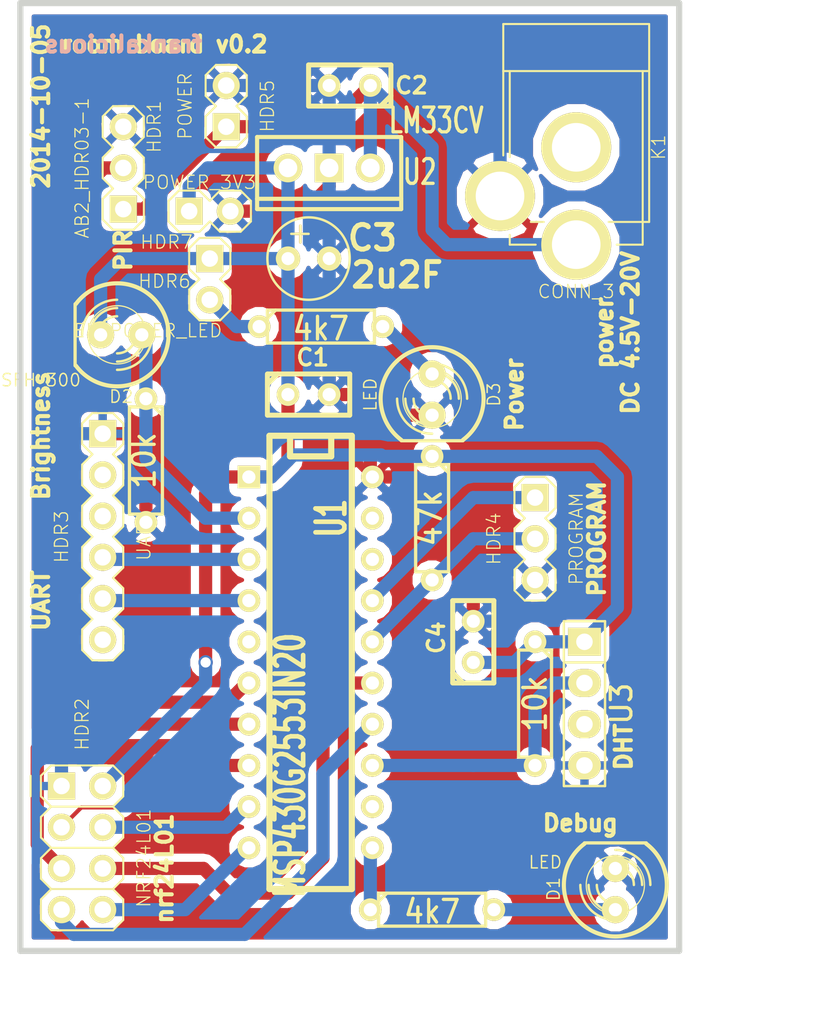
<source format=kicad_pcb>
(kicad_pcb (version 4) (host pcbnew "(2014-11-30 BZR 5308)-product")

  (general
    (links 51)
    (no_connects 0)
    (area 102.679499 48.069499 143.700501 106.870501)
    (thickness 1.6)
    (drawings 18)
    (tracks 142)
    (zones 0)
    (modules 23)
    (nets 30)
  )

  (page A4)
  (layers
    (0 F.Cu signal)
    (31 B.Cu signal)
    (32 B.Adhes user)
    (33 F.Adhes user)
    (34 B.Paste user)
    (35 F.Paste user)
    (36 B.SilkS user)
    (37 F.SilkS user)
    (38 B.Mask user)
    (39 F.Mask user)
    (40 Dwgs.User user)
    (41 Cmts.User user)
    (42 Eco1.User user)
    (43 Eco2.User user)
    (44 Edge.Cuts user)
    (45 Margin user)
  )

  (setup
    (last_trace_width 0.8128)
    (user_trace_width 0.254)
    (user_trace_width 0.381)
    (user_trace_width 0.508)
    (user_trace_width 0.8128)
    (trace_clearance 0.254)
    (zone_clearance 0.508)
    (zone_45_only no)
    (trace_min 0.2032)
    (segment_width 0.2)
    (edge_width 0.381)
    (via_size 0.889)
    (via_drill 0.635)
    (via_min_size 0.889)
    (via_min_drill 0.508)
    (user_via 1.905 0.254)
    (uvia_size 0.508)
    (uvia_drill 0.127)
    (uvias_allowed no)
    (uvia_min_size 0.508)
    (uvia_min_drill 0.127)
    (pcb_text_width 0.3)
    (pcb_text_size 1 1)
    (mod_edge_width 0.15)
    (mod_text_size 1 1)
    (mod_text_width 0.15)
    (pad_size 1.397 1.397)
    (pad_drill 0.8128)
    (pad_to_mask_clearance 0)
    (aux_axis_origin 0 0)
    (grid_origin 125.603 80.899)
    (visible_elements FFFFFF7F)
    (pcbplotparams
      (layerselection 0x03fff_80000001)
      (usegerberextensions true)
      (excludeedgelayer true)
      (linewidth 0.100000)
      (plotframeref false)
      (viasonmask false)
      (mode 1)
      (useauxorigin false)
      (hpglpennumber 1)
      (hpglpenspeed 20)
      (hpglpendiameter 15)
      (hpglpenoverlay 2)
      (psnegative false)
      (psa4output false)
      (plotreference true)
      (plotvalue true)
      (plotinvisibletext false)
      (padsonsilk false)
      (subtractmaskfromsilk false)
      (outputformat 1)
      (mirror false)
      (drillshape 0)
      (scaleselection 1)
      (outputdirectory ./gerber))
  )

  (net 0 "")
  (net 1 +5V)
  (net 2 GND)
  (net 3 "Net-(U1-Pad5)")
  (net 4 "Net-(U1-Pad18)")
  (net 5 "Net-(U1-Pad19)")
  (net 6 +3.3V)
  (net 7 "Net-(D1-Pad1)")
  (net 8 /DHT_DATA)
  (net 9 "Net-(U3-Pad3)")
  (net 10 /PIR_OUT)
  (net 11 /BRIGHTNESS)
  (net 12 "Net-(D3-Pad1)")
  (net 13 /DEBUG_LED)
  (net 14 /MISO)
  (net 15 /IRQ)
  (net 16 /MOSI)
  (net 17 /SCK)
  (net 18 /CE)
  (net 19 /CSN)
  (net 20 /RX)
  (net 21 /TX)
  (net 22 /TEST)
  (net 23 /RST)
  (net 24 "Net-(K1-Pad2)")
  (net 25 "Net-(U1-Pad12)")
  (net 26 "Net-(HDR6-Pad2)")
  (net 27 "Net-(HDR3-Pad2)")
  (net 28 "Net-(HDR3-Pad3)")
  (net 29 "Net-(HDR3-Pad6)")

  (net_class Default "This is the default net class."
    (clearance 0.254)
    (trace_width 0.254)
    (via_dia 0.889)
    (via_drill 0.635)
    (uvia_dia 0.508)
    (uvia_drill 0.127)
    (add_net +3.3V)
    (add_net +5V)
    (add_net /BRIGHTNESS)
    (add_net /CE)
    (add_net /CSN)
    (add_net /DEBUG_LED)
    (add_net /DHT_DATA)
    (add_net /IRQ)
    (add_net /MISO)
    (add_net /MOSI)
    (add_net /PIR_OUT)
    (add_net /RST)
    (add_net /RX)
    (add_net /SCK)
    (add_net /TEST)
    (add_net /TX)
    (add_net GND)
    (add_net "Net-(D1-Pad1)")
    (add_net "Net-(D3-Pad1)")
    (add_net "Net-(HDR3-Pad2)")
    (add_net "Net-(HDR3-Pad3)")
    (add_net "Net-(HDR3-Pad6)")
    (add_net "Net-(HDR6-Pad2)")
    (add_net "Net-(K1-Pad2)")
    (add_net "Net-(U1-Pad12)")
    (add_net "Net-(U1-Pad18)")
    (add_net "Net-(U1-Pad19)")
    (add_net "Net-(U1-Pad5)")
    (add_net "Net-(U3-Pad3)")
  )

  (module Discret:C1 (layer F.Cu) (tedit 541A1596) (tstamp 542CB5B5)
    (at 120.65 72.39)
    (descr "Condensateur e = 1 pas")
    (tags C)
    (path /541A11FB)
    (fp_text reference C1 (at 0.254 -2.286) (layer F.SilkS)
      (effects (font (size 1.016 1.016) (thickness 0.2032)))
    )
    (fp_text value 100nF (at 0 -2.286) (layer F.SilkS) hide
      (effects (font (size 1.016 1.016) (thickness 0.2032)))
    )
    (fp_line (start -2.4892 -1.27) (end 2.54 -1.27) (layer F.SilkS) (width 0.3048))
    (fp_line (start 2.54 -1.27) (end 2.54 1.27) (layer F.SilkS) (width 0.3048))
    (fp_line (start 2.54 1.27) (end -2.54 1.27) (layer F.SilkS) (width 0.3048))
    (fp_line (start -2.54 1.27) (end -2.54 -1.27) (layer F.SilkS) (width 0.3048))
    (fp_line (start -2.54 -0.635) (end -1.905 -1.27) (layer F.SilkS) (width 0.3048))
    (pad 1 thru_hole circle (at -1.27 0) (size 1.397 1.397) (drill 0.8128) (layers *.Cu *.Mask F.SilkS)
      (net 6 +3.3V))
    (pad 2 thru_hole circle (at 1.27 0) (size 1.397 1.397) (drill 0.8128) (layers *.Cu *.Mask F.SilkS)
      (net 2 GND))
    (model discret/capa_1_pas.wrl
      (at (xyz 0 0 0))
      (scale (xyz 1 1 1))
      (rotate (xyz 0 0 0))
    )
  )

  (module Discret:C1 (layer F.Cu) (tedit 541B6114) (tstamp 542CB54F)
    (at 123.19 53.34 180)
    (descr "Condensateur e = 1 pas")
    (tags C)
    (path /541A1A82)
    (fp_text reference C2 (at -3.81 0 180) (layer F.SilkS)
      (effects (font (size 1.016 1.016) (thickness 0.2032)))
    )
    (fp_text value 100nF (at 0 -2.286 180) (layer F.SilkS) hide
      (effects (font (size 1.016 1.016) (thickness 0.2032)))
    )
    (fp_line (start -2.4892 -1.27) (end 2.54 -1.27) (layer F.SilkS) (width 0.3048))
    (fp_line (start 2.54 -1.27) (end 2.54 1.27) (layer F.SilkS) (width 0.3048))
    (fp_line (start 2.54 1.27) (end -2.54 1.27) (layer F.SilkS) (width 0.3048))
    (fp_line (start -2.54 1.27) (end -2.54 -1.27) (layer F.SilkS) (width 0.3048))
    (fp_line (start -2.54 -0.635) (end -1.905 -1.27) (layer F.SilkS) (width 0.3048))
    (pad 1 thru_hole circle (at -1.27 0 180) (size 1.397 1.397) (drill 0.8128) (layers *.Cu *.Mask F.SilkS)
      (net 1 +5V))
    (pad 2 thru_hole circle (at 1.27 0 180) (size 1.397 1.397) (drill 0.8128) (layers *.Cu *.Mask F.SilkS)
      (net 2 GND))
    (model discret/capa_1_pas.wrl
      (at (xyz 0 0 0))
      (scale (xyz 1 1 1))
      (rotate (xyz 0 0 0))
    )
  )

  (module LEDs:LED-5MM (layer F.Cu) (tedit 5482EEE4) (tstamp 542CB43A)
    (at 139.573 102.87 90)
    (descr "LED 5mm - Lead pitch 100mil (2,54mm)")
    (tags "LED led 5mm 5MM 100mil 2,54mm")
    (path /541A1CDE)
    (fp_text reference D1 (at 0 -3.81 90) (layer F.SilkS)
      (effects (font (size 0.762 0.762) (thickness 0.0889)))
    )
    (fp_text value LED (at 1.651 -4.318 180) (layer F.SilkS)
      (effects (font (size 0.762 0.762) (thickness 0.0889)))
    )
    (fp_line (start 2.8448 1.905) (end 2.8448 -1.905) (layer F.SilkS) (width 0.2032))
    (fp_circle (center 0.254 0) (end -1.016 1.27) (layer F.SilkS) (width 0.0762))
    (fp_arc (start 0.254 0) (end 2.794 1.905) (angle 286.2) (layer F.SilkS) (width 0.254))
    (fp_arc (start 0.254 0) (end -0.889 0) (angle 90) (layer F.SilkS) (width 0.1524))
    (fp_arc (start 0.254 0) (end 1.397 0) (angle 90) (layer F.SilkS) (width 0.1524))
    (fp_arc (start 0.254 0) (end -1.397 0) (angle 90) (layer F.SilkS) (width 0.1524))
    (fp_arc (start 0.254 0) (end 1.905 0) (angle 90) (layer F.SilkS) (width 0.1524))
    (fp_arc (start 0.254 0) (end -1.905 0) (angle 90) (layer F.SilkS) (width 0.1524))
    (fp_arc (start 0.254 0) (end 2.413 0) (angle 90) (layer F.SilkS) (width 0.1524))
    (pad 1 thru_hole circle (at -1.27 0 90) (size 1.6764 1.6764) (drill 0.8128) (layers *.Cu *.Mask F.SilkS)
      (net 7 "Net-(D1-Pad1)"))
    (pad 2 thru_hole circle (at 1.27 0 90) (size 1.6764 1.6764) (drill 0.8128) (layers *.Cu *.Mask F.SilkS)
      (net 2 GND))
    (model discret/leds/led5_vertical_verde.wrl
      (at (xyz 0 0 0))
      (scale (xyz 1 1 1))
      (rotate (xyz 0 0 0))
    )
  )

  (module Discret:R3 (layer F.Cu) (tedit 541A1A5B) (tstamp 542CB4AE)
    (at 128.27 104.14)
    (descr "Resitance 3 pas")
    (tags R)
    (path /541A1BD5)
    (autoplace_cost180 10)
    (fp_text reference R1 (at 0 0.127) (layer F.SilkS) hide
      (effects (font (size 1.397 1.27) (thickness 0.2032)))
    )
    (fp_text value 4k7 (at 0 0.127) (layer F.SilkS)
      (effects (font (size 1.397 1.27) (thickness 0.2032)))
    )
    (fp_line (start -3.81 0) (end -3.302 0) (layer F.SilkS) (width 0.2032))
    (fp_line (start 3.81 0) (end 3.302 0) (layer F.SilkS) (width 0.2032))
    (fp_line (start 3.302 0) (end 3.302 -1.016) (layer F.SilkS) (width 0.2032))
    (fp_line (start 3.302 -1.016) (end -3.302 -1.016) (layer F.SilkS) (width 0.2032))
    (fp_line (start -3.302 -1.016) (end -3.302 1.016) (layer F.SilkS) (width 0.2032))
    (fp_line (start -3.302 1.016) (end 3.302 1.016) (layer F.SilkS) (width 0.2032))
    (fp_line (start 3.302 1.016) (end 3.302 0) (layer F.SilkS) (width 0.2032))
    (fp_line (start -3.302 -0.508) (end -2.794 -1.016) (layer F.SilkS) (width 0.2032))
    (pad 1 thru_hole circle (at -3.81 0) (size 1.397 1.397) (drill 0.8128) (layers *.Cu *.Mask F.SilkS)
      (net 13 /DEBUG_LED))
    (pad 2 thru_hole circle (at 3.81 0) (size 1.397 1.397) (drill 0.8128) (layers *.Cu *.Mask F.SilkS)
      (net 7 "Net-(D1-Pad1)"))
    (model discret/resistor.wrl
      (at (xyz 0 0 0))
      (scale (xyz 0.3 0.3 0.3))
      (rotate (xyz 0 0 0))
    )
  )

  (module Discret:LM78XXV (layer F.Cu) (tedit 548613A9) (tstamp 542CB55E)
    (at 121.92 58.42 270)
    (descr "Regulateur TO220 serie LM78xx")
    (tags "TR TO220")
    (path /54861353)
    (fp_text reference U2 (at 0.254 -5.588 360) (layer F.SilkS)
      (effects (font (size 1.524 1.016) (thickness 0.2032)))
    )
    (fp_text value LM33CV (at -2.921 -6.604 360) (layer F.SilkS)
      (effects (font (size 1.524 1.016) (thickness 0.2032)))
    )
    (fp_line (start 1.905 -4.445) (end 2.54 -4.445) (layer F.SilkS) (width 0.254))
    (fp_line (start 2.54 -4.445) (end 2.54 4.445) (layer F.SilkS) (width 0.254))
    (fp_line (start 2.54 4.445) (end 1.905 4.445) (layer F.SilkS) (width 0.254))
    (fp_line (start -1.905 -4.445) (end 1.905 -4.445) (layer F.SilkS) (width 0.254))
    (fp_line (start 1.905 -4.445) (end 1.905 4.445) (layer F.SilkS) (width 0.254))
    (fp_line (start 1.905 4.445) (end -1.905 4.445) (layer F.SilkS) (width 0.254))
    (fp_line (start -1.905 4.445) (end -1.905 -4.445) (layer F.SilkS) (width 0.254))
    (pad VI thru_hole circle (at 0 -2.54 270) (size 1.778 1.778) (drill 1.143) (layers *.Cu *.Mask F.SilkS)
      (net 1 +5V))
    (pad GND thru_hole rect (at 0 0 270) (size 1.778 1.778) (drill 1.143) (layers *.Cu *.Mask F.SilkS)
      (net 2 GND))
    (pad VO thru_hole circle (at 0 2.54 270) (size 1.778 1.778) (drill 1.143) (layers *.Cu *.Mask F.SilkS)
      (net 6 +3.3V))
  )

  (module Discret:R3 (layer F.Cu) (tedit 541B6152) (tstamp 542CB449)
    (at 134.62 91.44 270)
    (descr "Resitance 3 pas")
    (tags R)
    (path /541B5894)
    (autoplace_cost180 10)
    (fp_text reference R2 (at 0 0.127 270) (layer F.SilkS) hide
      (effects (font (size 1.397 1.27) (thickness 0.2032)))
    )
    (fp_text value 10k (at 0 0 270) (layer F.SilkS)
      (effects (font (size 1.397 1.27) (thickness 0.2032)))
    )
    (fp_line (start -3.81 0) (end -3.302 0) (layer F.SilkS) (width 0.2032))
    (fp_line (start 3.81 0) (end 3.302 0) (layer F.SilkS) (width 0.2032))
    (fp_line (start 3.302 0) (end 3.302 -1.016) (layer F.SilkS) (width 0.2032))
    (fp_line (start 3.302 -1.016) (end -3.302 -1.016) (layer F.SilkS) (width 0.2032))
    (fp_line (start -3.302 -1.016) (end -3.302 1.016) (layer F.SilkS) (width 0.2032))
    (fp_line (start -3.302 1.016) (end 3.302 1.016) (layer F.SilkS) (width 0.2032))
    (fp_line (start 3.302 1.016) (end 3.302 0) (layer F.SilkS) (width 0.2032))
    (fp_line (start -3.302 -0.508) (end -2.794 -1.016) (layer F.SilkS) (width 0.2032))
    (pad 1 thru_hole circle (at -3.81 0 270) (size 1.397 1.397) (drill 0.8128) (layers *.Cu *.Mask F.SilkS)
      (net 6 +3.3V))
    (pad 2 thru_hole circle (at 3.81 0 270) (size 1.397 1.397) (drill 0.8128) (layers *.Cu *.Mask F.SilkS)
      (net 8 /DHT_DATA))
    (model discret/resistor.wrl
      (at (xyz 0 0 0))
      (scale (xyz 0.3 0.3 0.3))
      (rotate (xyz 0 0 0))
    )
  )

  (module Pin_Headers:Pin_Header_Straight_1x04 (layer F.Cu) (tedit 541B5626) (tstamp 542CB42A)
    (at 137.668 91.44 270)
    (descr "Through hole pin header")
    (tags "pin header")
    (path /541B5641)
    (fp_text reference U3 (at 0 -2.286 270) (layer F.SilkS)
      (effects (font (size 1.27 1.27) (thickness 0.2032)))
    )
    (fp_text value DHT (at 0 0 270) (layer F.SilkS) hide
      (effects (font (size 1.27 1.27) (thickness 0.2032)))
    )
    (fp_line (start -2.54 1.27) (end 5.08 1.27) (layer F.SilkS) (width 0.15))
    (fp_line (start -2.54 -1.27) (end 5.08 -1.27) (layer F.SilkS) (width 0.15))
    (fp_line (start -5.08 -1.27) (end -2.54 -1.27) (layer F.SilkS) (width 0.15))
    (fp_line (start 5.08 1.27) (end 5.08 -1.27) (layer F.SilkS) (width 0.15))
    (fp_line (start -2.54 -1.27) (end -2.54 1.27) (layer F.SilkS) (width 0.15))
    (fp_line (start -5.08 -1.27) (end -5.08 1.27) (layer F.SilkS) (width 0.15))
    (fp_line (start -5.08 1.27) (end -2.54 1.27) (layer F.SilkS) (width 0.15))
    (pad 1 thru_hole rect (at -3.81 0 270) (size 1.7272 2.032) (drill 1.016) (layers *.Cu *.Mask F.SilkS)
      (net 6 +3.3V))
    (pad 2 thru_hole oval (at -1.27 0 270) (size 1.7272 2.032) (drill 1.016) (layers *.Cu *.Mask F.SilkS)
      (net 8 /DHT_DATA))
    (pad 3 thru_hole oval (at 1.27 0 270) (size 1.7272 2.032) (drill 1.016) (layers *.Cu *.Mask F.SilkS)
      (net 9 "Net-(U3-Pad3)"))
    (pad 4 thru_hole oval (at 3.81 0 270) (size 1.7272 2.032) (drill 1.016) (layers *.Cu *.Mask F.SilkS)
      (net 2 GND))
    (model Pin_Headers/Pin_Header_Straight_1x04.wrl
      (at (xyz 0 0 0))
      (scale (xyz 1 1 1))
      (rotate (xyz 0 0 0))
    )
  )

  (module Discret:C1 (layer F.Cu) (tedit 541B5835) (tstamp 542CB41A)
    (at 130.81 87.63 90)
    (descr "Condensateur e = 1 pas")
    (tags C)
    (path /541B5EE4)
    (fp_text reference C4 (at 0.254 -2.286 90) (layer F.SilkS)
      (effects (font (size 1.016 1.016) (thickness 0.2032)))
    )
    (fp_text value 100nF (at 0 -2.286 90) (layer F.SilkS) hide
      (effects (font (size 1.016 1.016) (thickness 0.2032)))
    )
    (fp_line (start -2.4892 -1.27) (end 2.54 -1.27) (layer F.SilkS) (width 0.3048))
    (fp_line (start 2.54 -1.27) (end 2.54 1.27) (layer F.SilkS) (width 0.3048))
    (fp_line (start 2.54 1.27) (end -2.54 1.27) (layer F.SilkS) (width 0.3048))
    (fp_line (start -2.54 1.27) (end -2.54 -1.27) (layer F.SilkS) (width 0.3048))
    (fp_line (start -2.54 -0.635) (end -1.905 -1.27) (layer F.SilkS) (width 0.3048))
    (pad 1 thru_hole circle (at -1.27 0 90) (size 1.397 1.397) (drill 0.8128) (layers *.Cu *.Mask F.SilkS)
      (net 6 +3.3V))
    (pad 2 thru_hole circle (at 1.27 0 90) (size 1.397 1.397) (drill 0.8128) (layers *.Cu *.Mask F.SilkS)
      (net 2 GND))
    (model discret/capa_1_pas.wrl
      (at (xyz 0 0 0))
      (scale (xyz 1 1 1))
      (rotate (xyz 0 0 0))
    )
  )

  (module ab2_header:AB2_HDR_M03-1V (layer F.Cu) (tedit 548613B0) (tstamp 542CB57A)
    (at 109.22 58.42 90)
    (path /5425E16E)
    (fp_text reference HDR1 (at 2.54 1.905 90) (layer F.SilkS)
      (effects (font (size 0.8128 0.8128) (thickness 0.0762)))
    )
    (fp_text value AB2_HDR03-1 (at 0 -2.54 90) (layer F.SilkS)
      (effects (font (size 0.8128 0.8128) (thickness 0.0762)))
    )
    (fp_line (start -1.27 -0.635) (end -0.635 -1.27) (layer F.SilkS) (width 0.127))
    (fp_line (start -0.635 -1.27) (end 0.635 -1.27) (layer F.SilkS) (width 0.127))
    (fp_line (start 0.635 -1.27) (end 1.27 -0.635) (layer F.SilkS) (width 0.127))
    (fp_line (start 1.27 -0.635) (end 1.905 -1.27) (layer F.SilkS) (width 0.127))
    (fp_line (start 1.905 -1.27) (end 3.175 -1.27) (layer F.SilkS) (width 0.127))
    (fp_line (start 3.175 -1.27) (end 3.81 -0.635) (layer F.SilkS) (width 0.127))
    (fp_line (start 3.81 -0.635) (end 3.81 0.635) (layer F.SilkS) (width 0.127))
    (fp_line (start 3.81 0.635) (end 3.175 1.27) (layer F.SilkS) (width 0.127))
    (fp_line (start 3.175 1.27) (end 1.905 1.27) (layer F.SilkS) (width 0.127))
    (fp_line (start 1.905 1.27) (end 1.27 0.635) (layer F.SilkS) (width 0.127))
    (fp_line (start 1.27 0.635) (end 0.635 1.27) (layer F.SilkS) (width 0.127))
    (fp_line (start 0.635 1.27) (end -0.635 1.27) (layer F.SilkS) (width 0.127))
    (fp_line (start -0.635 1.27) (end -1.27 0.635) (layer F.SilkS) (width 0.127))
    (fp_line (start -3.81 -0.635) (end -3.175 -1.27) (layer F.SilkS) (width 0.127))
    (fp_line (start -3.175 -1.27) (end -1.905 -1.27) (layer F.SilkS) (width 0.127))
    (fp_line (start -1.905 -1.27) (end -1.27 -0.635) (layer F.SilkS) (width 0.127))
    (fp_line (start -1.27 0.635) (end -1.905 1.27) (layer F.SilkS) (width 0.127))
    (fp_line (start -1.905 1.27) (end -3.175 1.27) (layer F.SilkS) (width 0.127))
    (fp_line (start -3.175 1.27) (end -3.81 0.635) (layer F.SilkS) (width 0.127))
    (fp_line (start -3.81 0.635) (end -3.81 -0.635) (layer F.SilkS) (width 0.127))
    (pad 1 thru_hole rect (at -2.54 0 90) (size 1.6764 1.6764) (drill 1.016) (layers *.Cu *.Mask F.SilkS)
      (net 1 +5V))
    (pad 2 thru_hole circle (at 0 0 90) (size 1.6764 1.6764) (drill 1.016) (layers *.Cu *.Mask F.SilkS)
      (net 10 /PIR_OUT))
    (pad 3 thru_hole circle (at 2.54 0 90) (size 1.6764 1.6764) (drill 1.016) (layers *.Cu *.Mask F.SilkS)
      (net 2 GND))
    (model ab2_header/AB2_HDR_M01-1V.wrl
      (at (xyz -0.1 0 0))
      (scale (xyz 0.3937 0.3937 0.3937))
      (rotate (xyz 0 0 0))
    )
    (model ab2_header/AB2_HDR_M01-1V.wrl
      (at (xyz 0 0 0))
      (scale (xyz 0.3937 0.3937 0.3937))
      (rotate (xyz 0 0 0))
    )
    (model ab2_header/AB2_HDR_M01-1V.wrl
      (at (xyz 0.1 0 0))
      (scale (xyz 0.3937 0.3937 0.3937))
      (rotate (xyz 0 0 0))
    )
  )

  (module LEDs:LED-5MM (layer F.Cu) (tedit 54861223) (tstamp 542CB599)
    (at 109.093 68.707 180)
    (descr "LED 5mm - Lead pitch 100mil (2,54mm)")
    (tags "LED led 5mm 5MM 100mil 2,54mm")
    (path /5425F8E2)
    (fp_text reference D2 (at 0 -3.81 180) (layer F.SilkS)
      (effects (font (size 0.762 0.762) (thickness 0.0889)))
    )
    (fp_text value "SFH 300" (at 4.953 -2.794 180) (layer F.SilkS)
      (effects (font (size 0.762 0.762) (thickness 0.0889)))
    )
    (fp_line (start 2.8448 1.905) (end 2.8448 -1.905) (layer F.SilkS) (width 0.2032))
    (fp_circle (center 0.254 0) (end -1.016 1.27) (layer F.SilkS) (width 0.0762))
    (fp_arc (start 0.254 0) (end 2.794 1.905) (angle 286.2) (layer F.SilkS) (width 0.254))
    (fp_arc (start 0.254 0) (end -0.889 0) (angle 90) (layer F.SilkS) (width 0.1524))
    (fp_arc (start 0.254 0) (end 1.397 0) (angle 90) (layer F.SilkS) (width 0.1524))
    (fp_arc (start 0.254 0) (end -1.397 0) (angle 90) (layer F.SilkS) (width 0.1524))
    (fp_arc (start 0.254 0) (end 1.905 0) (angle 90) (layer F.SilkS) (width 0.1524))
    (fp_arc (start 0.254 0) (end -1.905 0) (angle 90) (layer F.SilkS) (width 0.1524))
    (fp_arc (start 0.254 0) (end 2.413 0) (angle 90) (layer F.SilkS) (width 0.1524))
    (pad 1 thru_hole circle (at -1.27 0 180) (size 1.6764 1.6764) (drill 0.8128) (layers *.Cu *.Mask F.SilkS)
      (net 11 /BRIGHTNESS))
    (pad 2 thru_hole circle (at 1.27 0 180) (size 1.6764 1.6764) (drill 0.8128) (layers *.Cu *.Mask F.SilkS)
      (net 6 +3.3V))
    (model discret/leds/led3_vertical_branco.wrl
      (at (xyz 0 0 0))
      (scale (xyz 1 1 1))
      (rotate (xyz 0 0 0))
    )
  )

  (module Discret:R3 (layer F.Cu) (tedit 5425EFF1) (tstamp 54862862)
    (at 110.617 76.454 270)
    (descr "Resitance 3 pas")
    (tags R)
    (path /5425FA83)
    (autoplace_cost180 10)
    (fp_text reference R3 (at 0 0.127 270) (layer F.SilkS) hide
      (effects (font (size 1.397 1.27) (thickness 0.2032)))
    )
    (fp_text value 10k (at 0 0.127 270) (layer F.SilkS)
      (effects (font (size 1.397 1.27) (thickness 0.2032)))
    )
    (fp_line (start -3.81 0) (end -3.302 0) (layer F.SilkS) (width 0.2032))
    (fp_line (start 3.81 0) (end 3.302 0) (layer F.SilkS) (width 0.2032))
    (fp_line (start 3.302 0) (end 3.302 -1.016) (layer F.SilkS) (width 0.2032))
    (fp_line (start 3.302 -1.016) (end -3.302 -1.016) (layer F.SilkS) (width 0.2032))
    (fp_line (start -3.302 -1.016) (end -3.302 1.016) (layer F.SilkS) (width 0.2032))
    (fp_line (start -3.302 1.016) (end 3.302 1.016) (layer F.SilkS) (width 0.2032))
    (fp_line (start 3.302 1.016) (end 3.302 0) (layer F.SilkS) (width 0.2032))
    (fp_line (start -3.302 -0.508) (end -2.794 -1.016) (layer F.SilkS) (width 0.2032))
    (pad 1 thru_hole circle (at -3.81 0 270) (size 1.397 1.397) (drill 0.8128) (layers *.Cu *.Mask F.SilkS)
      (net 11 /BRIGHTNESS))
    (pad 2 thru_hole circle (at 3.81 0 270) (size 1.397 1.397) (drill 0.8128) (layers *.Cu *.Mask F.SilkS)
      (net 2 GND))
    (model discret/resistor.wrl
      (at (xyz 0 0 0))
      (scale (xyz 0.3 0.3 0.3))
      (rotate (xyz 0 0 0))
    )
  )

  (module LEDs:LED-5MM (layer F.Cu) (tedit 5425F2ED) (tstamp 542CB5A9)
    (at 128.27 72.39 270)
    (descr "LED 5mm - Lead pitch 100mil (2,54mm)")
    (tags "LED led 5mm 5MM 100mil 2,54mm")
    (path /54261CEF)
    (fp_text reference D3 (at 0 -3.81 270) (layer F.SilkS)
      (effects (font (size 0.762 0.762) (thickness 0.0889)))
    )
    (fp_text value LED (at 0 3.81 270) (layer F.SilkS)
      (effects (font (size 0.762 0.762) (thickness 0.0889)))
    )
    (fp_line (start 2.8448 1.905) (end 2.8448 -1.905) (layer F.SilkS) (width 0.2032))
    (fp_circle (center 0.254 0) (end -1.016 1.27) (layer F.SilkS) (width 0.0762))
    (fp_arc (start 0.254 0) (end 2.794 1.905) (angle 286.2) (layer F.SilkS) (width 0.254))
    (fp_arc (start 0.254 0) (end -0.889 0) (angle 90) (layer F.SilkS) (width 0.1524))
    (fp_arc (start 0.254 0) (end 1.397 0) (angle 90) (layer F.SilkS) (width 0.1524))
    (fp_arc (start 0.254 0) (end -1.397 0) (angle 90) (layer F.SilkS) (width 0.1524))
    (fp_arc (start 0.254 0) (end 1.905 0) (angle 90) (layer F.SilkS) (width 0.1524))
    (fp_arc (start 0.254 0) (end -1.905 0) (angle 90) (layer F.SilkS) (width 0.1524))
    (fp_arc (start 0.254 0) (end 2.413 0) (angle 90) (layer F.SilkS) (width 0.1524))
    (pad 1 thru_hole circle (at -1.27 0 270) (size 1.6764 1.6764) (drill 0.8128) (layers *.Cu *.Mask F.SilkS)
      (net 12 "Net-(D3-Pad1)"))
    (pad 2 thru_hole circle (at 1.27 0 270) (size 1.6764 1.6764) (drill 0.8128) (layers *.Cu *.Mask F.SilkS)
      (net 2 GND))
    (model discret/leds/led5_vertical_verde.wrl
      (at (xyz 0 0 0))
      (scale (xyz 1 1 1))
      (rotate (xyz 0 0 0))
    )
  )

  (module Discret:R3 (layer F.Cu) (tedit 5425F2ED) (tstamp 542CB5C4)
    (at 121.412 68.199)
    (descr "Resitance 3 pas")
    (tags R)
    (path /54261CE9)
    (autoplace_cost180 10)
    (fp_text reference R4 (at 0 0.127) (layer F.SilkS) hide
      (effects (font (size 1.397 1.27) (thickness 0.2032)))
    )
    (fp_text value 4k7 (at 0 0.127) (layer F.SilkS)
      (effects (font (size 1.397 1.27) (thickness 0.2032)))
    )
    (fp_line (start -3.81 0) (end -3.302 0) (layer F.SilkS) (width 0.2032))
    (fp_line (start 3.81 0) (end 3.302 0) (layer F.SilkS) (width 0.2032))
    (fp_line (start 3.302 0) (end 3.302 -1.016) (layer F.SilkS) (width 0.2032))
    (fp_line (start 3.302 -1.016) (end -3.302 -1.016) (layer F.SilkS) (width 0.2032))
    (fp_line (start -3.302 -1.016) (end -3.302 1.016) (layer F.SilkS) (width 0.2032))
    (fp_line (start -3.302 1.016) (end 3.302 1.016) (layer F.SilkS) (width 0.2032))
    (fp_line (start 3.302 1.016) (end 3.302 0) (layer F.SilkS) (width 0.2032))
    (fp_line (start -3.302 -0.508) (end -2.794 -1.016) (layer F.SilkS) (width 0.2032))
    (pad 1 thru_hole circle (at -3.81 0) (size 1.397 1.397) (drill 0.8128) (layers *.Cu *.Mask F.SilkS)
      (net 26 "Net-(HDR6-Pad2)"))
    (pad 2 thru_hole circle (at 3.81 0) (size 1.397 1.397) (drill 0.8128) (layers *.Cu *.Mask F.SilkS)
      (net 12 "Net-(D3-Pad1)"))
    (model discret/resistor.wrl
      (at (xyz 0 0 0))
      (scale (xyz 0.3 0.3 0.3))
      (rotate (xyz 0 0 0))
    )
  )

  (module ab2_header:AB2_HDR_M04-2V (layer F.Cu) (tedit 52964CF1) (tstamp 542CB49F)
    (at 106.68 100.33 270)
    (path /5426410D)
    (fp_text reference HDR2 (at -7.62 0 270) (layer F.SilkS)
      (effects (font (size 0.8128 0.8128) (thickness 0.0762)))
    )
    (fp_text value NRF24L01 (at 0.635 -3.81 270) (layer F.SilkS)
      (effects (font (size 0.8128 0.8128) (thickness 0.0762)))
    )
    (fp_line (start 4.445 2.54) (end 3.175 2.54) (layer F.SilkS) (width 0.127))
    (fp_line (start 5.08 1.905) (end 4.445 2.54) (layer F.SilkS) (width 0.127))
    (fp_line (start 5.08 -1.905) (end 5.08 1.905) (layer F.SilkS) (width 0.127))
    (fp_line (start 4.445 -2.54) (end 5.08 -1.905) (layer F.SilkS) (width 0.127))
    (fp_line (start 3.175 -2.54) (end 4.445 -2.54) (layer F.SilkS) (width 0.127))
    (fp_line (start 2.54 -1.905) (end 3.175 -2.54) (layer F.SilkS) (width 0.127))
    (fp_line (start 3.175 2.54) (end 2.54 1.905) (layer F.SilkS) (width 0.127))
    (fp_line (start 0.635 2.54) (end 0 1.905) (layer F.SilkS) (width 0.127))
    (fp_line (start 0 -1.905) (end 0.635 -2.54) (layer F.SilkS) (width 0.127))
    (fp_line (start 0.635 -2.54) (end 1.905 -2.54) (layer F.SilkS) (width 0.127))
    (fp_line (start 1.905 -2.54) (end 2.54 -1.905) (layer F.SilkS) (width 0.127))
    (fp_line (start 2.54 -1.905) (end 2.54 1.905) (layer F.SilkS) (width 0.127))
    (fp_line (start 2.54 1.905) (end 1.905 2.54) (layer F.SilkS) (width 0.127))
    (fp_line (start 1.905 2.54) (end 0.635 2.54) (layer F.SilkS) (width 0.127))
    (fp_line (start -0.635 2.54) (end -1.905 2.54) (layer F.SilkS) (width 0.127))
    (fp_line (start 0 1.905) (end -0.635 2.54) (layer F.SilkS) (width 0.127))
    (fp_line (start 0 -1.905) (end 0 1.905) (layer F.SilkS) (width 0.127))
    (fp_line (start -0.635 -2.54) (end 0 -1.905) (layer F.SilkS) (width 0.127))
    (fp_line (start -1.905 -2.54) (end -0.635 -2.54) (layer F.SilkS) (width 0.127))
    (fp_line (start -2.54 -1.905) (end -1.905 -2.54) (layer F.SilkS) (width 0.127))
    (fp_line (start -1.905 2.54) (end -2.54 1.905) (layer F.SilkS) (width 0.127))
    (fp_line (start -4.445 2.54) (end -5.08 1.905) (layer F.SilkS) (width 0.127))
    (fp_line (start -5.08 1.905) (end -5.08 -1.905) (layer F.SilkS) (width 0.127))
    (fp_line (start -5.08 -1.905) (end -4.445 -2.54) (layer F.SilkS) (width 0.127))
    (fp_line (start -4.445 -2.54) (end -3.175 -2.54) (layer F.SilkS) (width 0.127))
    (fp_line (start -3.175 -2.54) (end -2.54 -1.905) (layer F.SilkS) (width 0.127))
    (fp_line (start -2.54 -1.905) (end -2.54 1.905) (layer F.SilkS) (width 0.127))
    (fp_line (start -2.54 1.905) (end -3.175 2.54) (layer F.SilkS) (width 0.127))
    (fp_line (start -3.175 2.54) (end -4.445 2.54) (layer F.SilkS) (width 0.127))
    (fp_line (start -4.445 3.175) (end -3.175 3.175) (layer F.SilkS) (width 0.127))
    (pad 7 thru_hole circle (at 3.81 1.27 270) (size 1.6764 1.6764) (drill 1.016) (layers *.Cu *.Mask F.SilkS)
      (net 14 /MISO))
    (pad 8 thru_hole circle (at 3.81 -1.27 270) (size 1.6764 1.6764) (drill 1.016) (layers *.Cu *.Mask F.SilkS)
      (net 15 /IRQ))
    (pad 6 thru_hole circle (at 1.27 -1.27 270) (size 1.6764 1.6764) (drill 1.016) (layers *.Cu *.Mask F.SilkS)
      (net 16 /MOSI))
    (pad 5 thru_hole circle (at 1.27 1.27 270) (size 1.6764 1.6764) (drill 1.016) (layers *.Cu *.Mask F.SilkS)
      (net 17 /SCK))
    (pad 3 thru_hole circle (at -1.27 1.27 270) (size 1.6764 1.6764) (drill 1.016) (layers *.Cu *.Mask F.SilkS)
      (net 18 /CE))
    (pad 4 thru_hole circle (at -1.27 -1.27 270) (size 1.6764 1.6764) (drill 1.016) (layers *.Cu *.Mask F.SilkS)
      (net 19 /CSN))
    (pad 2 thru_hole circle (at -3.81 -1.27 270) (size 1.6764 1.6764) (drill 1.016) (layers *.Cu *.Mask F.SilkS)
      (net 6 +3.3V))
    (pad 1 thru_hole rect (at -3.81 1.27 270) (size 1.6764 1.6764) (drill 1.016) (layers *.Cu *.Mask F.SilkS)
      (net 2 GND))
    (model ab2_header/AB2_HDR_M01-1V.wrl
      (at (xyz -0.15 -0.05 0))
      (scale (xyz 0.3937 0.3937 0.3937))
      (rotate (xyz 0 0 0))
    )
    (model ab2_header/AB2_HDR_M01-1V.wrl
      (at (xyz -0.05 -0.05 0))
      (scale (xyz 0.3937 0.3937 0.3937))
      (rotate (xyz 0 0 0))
    )
    (model ab2_header/AB2_HDR_M01-1V.wrl
      (at (xyz 0.05 -0.05 0))
      (scale (xyz 0.3937 0.3937 0.3937))
      (rotate (xyz 0 0 0))
    )
    (model ab2_header/AB2_HDR_M01-1V.wrl
      (at (xyz 0.15 -0.05 0))
      (scale (xyz 0.3937 0.3937 0.3937))
      (rotate (xyz 0 0 0))
    )
    (model ab2_header/AB2_HDR_M01-1V.wrl
      (at (xyz -0.15 0.05 0))
      (scale (xyz 0.3937 0.3937 0.3937))
      (rotate (xyz 0 0 0))
    )
    (model ab2_header/AB2_HDR_M01-1V.wrl
      (at (xyz -0.05 0.05 0))
      (scale (xyz 0.3937 0.3937 0.3937))
      (rotate (xyz 0 0 0))
    )
    (model ab2_header/AB2_HDR_M01-1V.wrl
      (at (xyz 0.05 0.05 0))
      (scale (xyz 0.3937 0.3937 0.3937))
      (rotate (xyz 0 0 0))
    )
    (model ab2_header/AB2_HDR_M01-1V.wrl
      (at (xyz 0.15 0.05 0))
      (scale (xyz 0.3937 0.3937 0.3937))
      (rotate (xyz 0 0 0))
    )
  )

  (module ab2_header:AB2_HDR_M03-1V (layer F.Cu) (tedit 5294F1FB) (tstamp 542CB40E)
    (at 134.62 81.28 270)
    (path /542654DE)
    (fp_text reference HDR4 (at 0 2.54 270) (layer F.SilkS)
      (effects (font (size 0.8128 0.8128) (thickness 0.0762)))
    )
    (fp_text value PROGRAM (at 0 -2.54 270) (layer F.SilkS)
      (effects (font (size 0.8128 0.8128) (thickness 0.0762)))
    )
    (fp_line (start -1.27 -0.635) (end -0.635 -1.27) (layer F.SilkS) (width 0.127))
    (fp_line (start -0.635 -1.27) (end 0.635 -1.27) (layer F.SilkS) (width 0.127))
    (fp_line (start 0.635 -1.27) (end 1.27 -0.635) (layer F.SilkS) (width 0.127))
    (fp_line (start 1.27 -0.635) (end 1.905 -1.27) (layer F.SilkS) (width 0.127))
    (fp_line (start 1.905 -1.27) (end 3.175 -1.27) (layer F.SilkS) (width 0.127))
    (fp_line (start 3.175 -1.27) (end 3.81 -0.635) (layer F.SilkS) (width 0.127))
    (fp_line (start 3.81 -0.635) (end 3.81 0.635) (layer F.SilkS) (width 0.127))
    (fp_line (start 3.81 0.635) (end 3.175 1.27) (layer F.SilkS) (width 0.127))
    (fp_line (start 3.175 1.27) (end 1.905 1.27) (layer F.SilkS) (width 0.127))
    (fp_line (start 1.905 1.27) (end 1.27 0.635) (layer F.SilkS) (width 0.127))
    (fp_line (start 1.27 0.635) (end 0.635 1.27) (layer F.SilkS) (width 0.127))
    (fp_line (start 0.635 1.27) (end -0.635 1.27) (layer F.SilkS) (width 0.127))
    (fp_line (start -0.635 1.27) (end -1.27 0.635) (layer F.SilkS) (width 0.127))
    (fp_line (start -3.81 -0.635) (end -3.175 -1.27) (layer F.SilkS) (width 0.127))
    (fp_line (start -3.175 -1.27) (end -1.905 -1.27) (layer F.SilkS) (width 0.127))
    (fp_line (start -1.905 -1.27) (end -1.27 -0.635) (layer F.SilkS) (width 0.127))
    (fp_line (start -1.27 0.635) (end -1.905 1.27) (layer F.SilkS) (width 0.127))
    (fp_line (start -1.905 1.27) (end -3.175 1.27) (layer F.SilkS) (width 0.127))
    (fp_line (start -3.175 1.27) (end -3.81 0.635) (layer F.SilkS) (width 0.127))
    (fp_line (start -3.81 0.635) (end -3.81 -0.635) (layer F.SilkS) (width 0.127))
    (pad 1 thru_hole rect (at -2.54 0 270) (size 1.6764 1.6764) (drill 1.016) (layers *.Cu *.Mask F.SilkS)
      (net 22 /TEST))
    (pad 2 thru_hole circle (at 0 0 270) (size 1.6764 1.6764) (drill 1.016) (layers *.Cu *.Mask F.SilkS)
      (net 23 /RST))
    (pad 3 thru_hole circle (at 2.54 0 270) (size 1.6764 1.6764) (drill 1.016) (layers *.Cu *.Mask F.SilkS)
      (net 2 GND))
    (model ab2_header/AB2_HDR_M01-1V.wrl
      (at (xyz -0.1 0 0))
      (scale (xyz 0.3937 0.3937 0.3937))
      (rotate (xyz 0 0 0))
    )
    (model ab2_header/AB2_HDR_M01-1V.wrl
      (at (xyz 0 0 0))
      (scale (xyz 0.3937 0.3937 0.3937))
      (rotate (xyz 0 0 0))
    )
    (model ab2_header/AB2_HDR_M01-1V.wrl
      (at (xyz 0.1 0 0))
      (scale (xyz 0.3937 0.3937 0.3937))
      (rotate (xyz 0 0 0))
    )
  )

  (module Discret:R3 (layer F.Cu) (tedit 542608C6) (tstamp 542CB458)
    (at 128.27 80.01 270)
    (descr "Resitance 3 pas")
    (tags R)
    (path /542663B0)
    (autoplace_cost180 10)
    (fp_text reference R5 (at 0 0.127 270) (layer F.SilkS) hide
      (effects (font (size 1.397 1.27) (thickness 0.2032)))
    )
    (fp_text value 47k (at 0 0.127 270) (layer F.SilkS)
      (effects (font (size 1.397 1.27) (thickness 0.2032)))
    )
    (fp_line (start -3.81 0) (end -3.302 0) (layer F.SilkS) (width 0.2032))
    (fp_line (start 3.81 0) (end 3.302 0) (layer F.SilkS) (width 0.2032))
    (fp_line (start 3.302 0) (end 3.302 -1.016) (layer F.SilkS) (width 0.2032))
    (fp_line (start 3.302 -1.016) (end -3.302 -1.016) (layer F.SilkS) (width 0.2032))
    (fp_line (start -3.302 -1.016) (end -3.302 1.016) (layer F.SilkS) (width 0.2032))
    (fp_line (start -3.302 1.016) (end 3.302 1.016) (layer F.SilkS) (width 0.2032))
    (fp_line (start 3.302 1.016) (end 3.302 0) (layer F.SilkS) (width 0.2032))
    (fp_line (start -3.302 -0.508) (end -2.794 -1.016) (layer F.SilkS) (width 0.2032))
    (pad 1 thru_hole circle (at -3.81 0 270) (size 1.397 1.397) (drill 0.8128) (layers *.Cu *.Mask F.SilkS)
      (net 6 +3.3V))
    (pad 2 thru_hole circle (at 3.81 0 270) (size 1.397 1.397) (drill 0.8128) (layers *.Cu *.Mask F.SilkS)
      (net 23 /RST))
    (model discret/resistor.wrl
      (at (xyz 0 0 0))
      (scale (xyz 0.3 0.3 0.3))
      (rotate (xyz 0 0 0))
    )
  )

  (module ab2_power:AB2_PB_2MM_JACK_PTH (layer F.Cu) (tedit 52AA2906) (tstamp 542CB537)
    (at 137.16 57.15)
    (path /5429D710)
    (fp_text reference K1 (at 5.08 0 90) (layer F.SilkS)
      (effects (font (size 0.8128 0.8128) (thickness 0.0762)))
    )
    (fp_text value CONN_3 (at 0 8.89) (layer F.SilkS)
      (effects (font (size 0.8128 0.8128) (thickness 0.0762)))
    )
    (fp_line (start -4.1 -4.7) (end -4.1 0.6) (layer F.SilkS) (width 0.127))
    (fp_line (start -4.5 -4.7) (end -4.5 0.5) (layer F.SilkS) (width 0.127))
    (fp_line (start -2 4.6) (end -2.8 4.6) (layer F.SilkS) (width 0.127))
    (fp_line (start -4.1 6) (end -4.1 5.4) (layer F.SilkS) (width 0.127))
    (fp_line (start -4.1 6) (end -2.5 6) (layer F.SilkS) (width 0.127))
    (fp_line (start 4.1 4.6) (end 2 4.6) (layer F.SilkS) (width 0.127))
    (fp_line (start -4.5 -7.6) (end -4.5 -4.7) (layer F.SilkS) (width 0.127))
    (fp_line (start 4.5 -7.6) (end 4.5 -4.7) (layer F.SilkS) (width 0.127))
    (fp_line (start 4.5 4.6) (end 4.5 -4.7) (layer F.SilkS) (width 0.127))
    (fp_line (start 4.1 6) (end 2.5 6) (layer F.SilkS) (width 0.127))
    (fp_line (start 4.1 4.6) (end 4.1 6) (layer F.SilkS) (width 0.127))
    (fp_line (start 4.1 -4.7) (end 4.1 4.6) (layer F.SilkS) (width 0.127))
    (fp_line (start 4.1 4.6) (end 4.5 4.6) (layer F.SilkS) (width 0.127))
    (fp_line (start 4.5 -4.7) (end -4.5 -4.7) (layer F.SilkS) (width 0.127))
    (fp_line (start 4.5 -7.6) (end -4.5 -7.6) (layer F.SilkS) (width 0.127))
    (pad 2 thru_hole circle (at 0 0 180) (size 4.318 4.318) (drill 2.9972) (layers *.Cu *.Mask F.SilkS)
      (net 24 "Net-(K1-Pad2)"))
    (pad 1 thru_hole circle (at 0 6 180) (size 4.318 4.318) (drill 2.9972) (layers *.Cu *.Mask F.SilkS)
      (net 1 +5V))
    (pad 3 thru_hole circle (at -4.7 3 180) (size 4.318 4.318) (drill 2.9972) (layers *.Cu *.Mask F.SilkS)
      (net 2 GND))
    (model ab2_power/AB2_PB_2MM_JACK_PTH.wrl
      (at (xyz 0 0.3 0))
      (scale (xyz 0.3937 0.3937 0.3937))
      (rotate (xyz 0 0 180))
    )
  )

  (module ab2_header:AB2_HDR_M02-1V (layer F.Cu) (tedit 5294F1BF) (tstamp 543065D7)
    (at 115.57 54.61 90)
    (path /543063E2)
    (fp_text reference HDR5 (at 0 2.54 90) (layer F.SilkS)
      (effects (font (size 0.8128 0.8128) (thickness 0.0762)))
    )
    (fp_text value POWER (at 0 -2.54 90) (layer F.SilkS)
      (effects (font (size 0.8128 0.8128) (thickness 0.0762)))
    )
    (fp_line (start -1.905 -1.27) (end -0.635 -1.27) (layer F.SilkS) (width 0.127))
    (fp_line (start -0.635 -1.27) (end 0 -0.635) (layer F.SilkS) (width 0.127))
    (fp_line (start 0 -0.635) (end 0.635 -1.27) (layer F.SilkS) (width 0.127))
    (fp_line (start 0.635 -1.27) (end 1.905 -1.27) (layer F.SilkS) (width 0.127))
    (fp_line (start 1.905 -1.27) (end 2.54 -0.635) (layer F.SilkS) (width 0.127))
    (fp_line (start 2.54 -0.635) (end 2.54 0.635) (layer F.SilkS) (width 0.127))
    (fp_line (start 2.54 0.635) (end 1.905 1.27) (layer F.SilkS) (width 0.127))
    (fp_line (start 1.905 1.27) (end 0.635 1.27) (layer F.SilkS) (width 0.127))
    (fp_line (start 0.635 1.27) (end 0 0.635) (layer F.SilkS) (width 0.127))
    (fp_line (start 0 0.635) (end -0.635 1.27) (layer F.SilkS) (width 0.127))
    (fp_line (start -0.635 1.27) (end -1.905 1.27) (layer F.SilkS) (width 0.127))
    (fp_line (start -1.905 1.27) (end -2.54 0.635) (layer F.SilkS) (width 0.127))
    (fp_line (start -2.54 0.635) (end -2.54 -0.635) (layer F.SilkS) (width 0.127))
    (fp_line (start -2.54 -0.635) (end -1.905 -1.27) (layer F.SilkS) (width 0.127))
    (pad 1 thru_hole rect (at -1.27 0 90) (size 1.6764 1.6764) (drill 1.016) (layers *.Cu *.Mask F.SilkS)
      (net 1 +5V))
    (pad 2 thru_hole circle (at 1.27 0 90) (size 1.6764 1.6764) (drill 1.016) (layers *.Cu *.Mask F.SilkS)
      (net 2 GND))
    (model ab2_header/AB2_HDR_M01-1V.wrl
      (at (xyz -0.05 0 0))
      (scale (xyz 0.3937 0.3937 0.3937))
      (rotate (xyz 0 0 0))
    )
    (model ab2_header/AB2_HDR_M01-1V.wrl
      (at (xyz 0.05 0 0))
      (scale (xyz 0.3937 0.3937 0.3937))
      (rotate (xyz 0 0 0))
    )
  )

  (module Sockets_DIP:DIP-20__300 (layer F.Cu) (tedit 545A9A95) (tstamp 545A9C96)
    (at 120.777 88.9 270)
    (descr "20 pins DIL package, round pads")
    (tags DIL)
    (path /54418557)
    (fp_text reference U1 (at -8.89 -1.27 270) (layer F.SilkS)
      (effects (font (size 1.778 1.143) (thickness 0.3048)))
    )
    (fp_text value MSP430G2553IN20 (at 6.35 1.27 270) (layer F.SilkS)
      (effects (font (size 1.778 1.143) (thickness 0.3048)))
    )
    (fp_line (start -13.97 -1.27) (end -12.7 -1.27) (layer F.SilkS) (width 0.381))
    (fp_line (start -12.7 -1.27) (end -12.7 1.27) (layer F.SilkS) (width 0.381))
    (fp_line (start -12.7 1.27) (end -13.97 1.27) (layer F.SilkS) (width 0.381))
    (fp_line (start -13.97 -2.54) (end 13.97 -2.54) (layer F.SilkS) (width 0.381))
    (fp_line (start 13.97 -2.54) (end 13.97 2.54) (layer F.SilkS) (width 0.381))
    (fp_line (start 13.97 2.54) (end -13.97 2.54) (layer F.SilkS) (width 0.381))
    (fp_line (start -13.97 2.54) (end -13.97 -2.54) (layer F.SilkS) (width 0.381))
    (pad 1 thru_hole rect (at -11.43 3.81 270) (size 1.397 1.397) (drill 0.8128) (layers *.Cu *.Mask F.SilkS)
      (net 6 +3.3V))
    (pad 2 thru_hole circle (at -8.89 3.81 270) (size 1.397 1.397) (drill 0.8128) (layers *.Cu *.Mask F.SilkS)
      (net 11 /BRIGHTNESS))
    (pad 3 thru_hole circle (at -6.35 3.81 270) (size 1.397 1.397) (drill 0.8128) (layers *.Cu *.Mask F.SilkS)
      (net 20 /RX))
    (pad 4 thru_hole circle (at -3.81 3.81 270) (size 1.397 1.397) (drill 0.8128) (layers *.Cu *.Mask F.SilkS)
      (net 21 /TX))
    (pad 5 thru_hole circle (at -1.27 3.81 270) (size 1.397 1.397) (drill 0.8128) (layers *.Cu *.Mask F.SilkS)
      (net 3 "Net-(U1-Pad5)"))
    (pad 6 thru_hole circle (at 1.27 3.81 270) (size 1.397 1.397) (drill 0.8128) (layers *.Cu *.Mask F.SilkS)
      (net 10 /PIR_OUT))
    (pad 7 thru_hole circle (at 3.81 3.81 270) (size 1.397 1.397) (drill 0.8128) (layers *.Cu *.Mask F.SilkS)
      (net 17 /SCK))
    (pad 8 thru_hole circle (at 6.35 3.81 270) (size 1.397 1.397) (drill 0.8128) (layers *.Cu *.Mask F.SilkS)
      (net 18 /CE))
    (pad 9 thru_hole circle (at 8.89 3.81 270) (size 1.397 1.397) (drill 0.8128) (layers *.Cu *.Mask F.SilkS)
      (net 19 /CSN))
    (pad 10 thru_hole circle (at 11.43 3.81 270) (size 1.397 1.397) (drill 0.8128) (layers *.Cu *.Mask F.SilkS)
      (net 15 /IRQ))
    (pad 11 thru_hole circle (at 11.43 -3.81 270) (size 1.397 1.397) (drill 0.8128) (layers *.Cu *.Mask F.SilkS)
      (net 13 /DEBUG_LED))
    (pad 12 thru_hole circle (at 8.89 -3.81 270) (size 1.397 1.397) (drill 0.8128) (layers *.Cu *.Mask F.SilkS)
      (net 25 "Net-(U1-Pad12)"))
    (pad 13 thru_hole circle (at 6.35 -3.81 270) (size 1.397 1.397) (drill 0.8128) (layers *.Cu *.Mask F.SilkS)
      (net 8 /DHT_DATA))
    (pad 14 thru_hole circle (at 3.81 -3.81 270) (size 1.397 1.397) (drill 0.8128) (layers *.Cu *.Mask F.SilkS)
      (net 14 /MISO))
    (pad 15 thru_hole circle (at 1.27 -3.81 270) (size 1.397 1.397) (drill 0.8128) (layers *.Cu *.Mask F.SilkS)
      (net 16 /MOSI))
    (pad 16 thru_hole circle (at -1.27 -3.81 270) (size 1.397 1.397) (drill 0.8128) (layers *.Cu *.Mask F.SilkS)
      (net 23 /RST))
    (pad 17 thru_hole circle (at -3.81 -3.81 270) (size 1.397 1.397) (drill 0.8128) (layers *.Cu *.Mask F.SilkS)
      (net 22 /TEST))
    (pad 18 thru_hole circle (at -6.35 -3.81 270) (size 1.397 1.397) (drill 0.8128) (layers *.Cu *.Mask F.SilkS)
      (net 4 "Net-(U1-Pad18)"))
    (pad 19 thru_hole circle (at -8.89 -3.81 270) (size 1.397 1.397) (drill 0.8128) (layers *.Cu *.Mask F.SilkS)
      (net 5 "Net-(U1-Pad19)"))
    (pad 20 thru_hole circle (at -11.43 -3.81 270) (size 1.397 1.397) (drill 0.8128) (layers *.Cu *.Mask F.SilkS)
      (net 2 GND))
    (model dil/dil_20.wrl
      (at (xyz 0 0 0))
      (scale (xyz 1 1 1))
      (rotate (xyz 0 0 0))
    )
  )

  (module ab2_header:AB2_HDR_M02-1V (layer F.Cu) (tedit 548613C1) (tstamp 5482E64B)
    (at 114.554 65.278 270)
    (path /5470ACF4)
    (fp_text reference HDR6 (at 0.127 2.794 360) (layer F.SilkS)
      (effects (font (size 0.8128 0.8128) (thickness 0.0762)))
    )
    (fp_text value EN_POWER_LED (at 3.175 3.81 360) (layer F.SilkS)
      (effects (font (size 0.8128 0.8128) (thickness 0.0762)))
    )
    (fp_line (start -1.905 -1.27) (end -0.635 -1.27) (layer F.SilkS) (width 0.127))
    (fp_line (start -0.635 -1.27) (end 0 -0.635) (layer F.SilkS) (width 0.127))
    (fp_line (start 0 -0.635) (end 0.635 -1.27) (layer F.SilkS) (width 0.127))
    (fp_line (start 0.635 -1.27) (end 1.905 -1.27) (layer F.SilkS) (width 0.127))
    (fp_line (start 1.905 -1.27) (end 2.54 -0.635) (layer F.SilkS) (width 0.127))
    (fp_line (start 2.54 -0.635) (end 2.54 0.635) (layer F.SilkS) (width 0.127))
    (fp_line (start 2.54 0.635) (end 1.905 1.27) (layer F.SilkS) (width 0.127))
    (fp_line (start 1.905 1.27) (end 0.635 1.27) (layer F.SilkS) (width 0.127))
    (fp_line (start 0.635 1.27) (end 0 0.635) (layer F.SilkS) (width 0.127))
    (fp_line (start 0 0.635) (end -0.635 1.27) (layer F.SilkS) (width 0.127))
    (fp_line (start -0.635 1.27) (end -1.905 1.27) (layer F.SilkS) (width 0.127))
    (fp_line (start -1.905 1.27) (end -2.54 0.635) (layer F.SilkS) (width 0.127))
    (fp_line (start -2.54 0.635) (end -2.54 -0.635) (layer F.SilkS) (width 0.127))
    (fp_line (start -2.54 -0.635) (end -1.905 -1.27) (layer F.SilkS) (width 0.127))
    (pad 1 thru_hole rect (at -1.27 0 270) (size 1.6764 1.6764) (drill 1.016) (layers *.Cu *.Mask F.SilkS)
      (net 6 +3.3V))
    (pad 2 thru_hole circle (at 1.27 0 270) (size 1.6764 1.6764) (drill 1.016) (layers *.Cu *.Mask F.SilkS)
      (net 26 "Net-(HDR6-Pad2)"))
    (model ab2_header/AB2_HDR_M01-1V.wrl
      (at (xyz -0.05 0 0))
      (scale (xyz 0.3937 0.3937 0.3937))
      (rotate (xyz 0 0 0))
    )
    (model ab2_header/AB2_HDR_M01-1V.wrl
      (at (xyz 0.05 0 0))
      (scale (xyz 0.3937 0.3937 0.3937))
      (rotate (xyz 0 0 0))
    )
  )

  (module Capacitors_Elko_ThroughHole:Elko_vert_11x5mm_RM2.5 (layer F.Cu) (tedit 5482F207) (tstamp 5482F131)
    (at 119.38 64.008)
    (descr "Electrolytic Capacitor, vertical, diameter 5mm, radial, RM 2,5mm")
    (tags "Electrolytic Capacitor, vertical, diameter 5mm, radial, RM 2,5mm, Elko, Electrolytkondensator, Kondensator gepolt, Durchmesser 5mm")
    (path /5482F1D6)
    (fp_text reference C3 (at 5.207 -1.27) (layer F.SilkS)
      (effects (font (thickness 0.3048)))
    )
    (fp_text value 2u2F (at 6.731 1.016) (layer F.SilkS)
      (effects (font (thickness 0.3048)))
    )
    (fp_line (start 0.2032 -1.524) (end 1.27 -1.524) (layer F.Cu) (width 0.15))
    (fp_line (start 0.762 -2.032) (end 0.762 -0.9906) (layer F.Cu) (width 0.15))
    (fp_line (start 1.27 -1.524) (end 0.2032 -1.524) (layer F.SilkS) (width 0.15))
    (fp_line (start 0.762 -2.032) (end 0.762 -0.9906) (layer F.SilkS) (width 0.15))
    (fp_circle (center 1.27 0) (end 3.81 0) (layer F.SilkS) (width 0.15))
    (pad 2 thru_hole circle (at 2.54 0) (size 1.50114 1.50114) (drill 0.8001) (layers *.Cu *.Mask F.SilkS)
      (net 2 GND))
    (pad 1 thru_hole circle (at 0 0) (size 1.50114 1.50114) (drill 0.8001) (layers *.Cu *.Mask F.SilkS)
      (net 6 +3.3V))
    (model Capacitors_Electrolytic/Cap_11x5mm_RM2.5.wrl
      (at (xyz 0 0 0))
      (scale (xyz 1 1 1))
      (rotate (xyz 0 0 0))
    )
  )

  (module ab2_header:AB2_HDR_M02-1V (layer F.Cu) (tedit 548613BC) (tstamp 5486139E)
    (at 114.554 61.087)
    (path /54864496)
    (fp_text reference HDR7 (at -2.667 1.905) (layer F.SilkS)
      (effects (font (size 0.8128 0.8128) (thickness 0.0762)))
    )
    (fp_text value POWER_3V3 (at -0.635 -1.778) (layer F.SilkS)
      (effects (font (size 0.8128 0.8128) (thickness 0.0762)))
    )
    (fp_line (start -1.905 -1.27) (end -0.635 -1.27) (layer F.SilkS) (width 0.127))
    (fp_line (start -0.635 -1.27) (end 0 -0.635) (layer F.SilkS) (width 0.127))
    (fp_line (start 0 -0.635) (end 0.635 -1.27) (layer F.SilkS) (width 0.127))
    (fp_line (start 0.635 -1.27) (end 1.905 -1.27) (layer F.SilkS) (width 0.127))
    (fp_line (start 1.905 -1.27) (end 2.54 -0.635) (layer F.SilkS) (width 0.127))
    (fp_line (start 2.54 -0.635) (end 2.54 0.635) (layer F.SilkS) (width 0.127))
    (fp_line (start 2.54 0.635) (end 1.905 1.27) (layer F.SilkS) (width 0.127))
    (fp_line (start 1.905 1.27) (end 0.635 1.27) (layer F.SilkS) (width 0.127))
    (fp_line (start 0.635 1.27) (end 0 0.635) (layer F.SilkS) (width 0.127))
    (fp_line (start 0 0.635) (end -0.635 1.27) (layer F.SilkS) (width 0.127))
    (fp_line (start -0.635 1.27) (end -1.905 1.27) (layer F.SilkS) (width 0.127))
    (fp_line (start -1.905 1.27) (end -2.54 0.635) (layer F.SilkS) (width 0.127))
    (fp_line (start -2.54 0.635) (end -2.54 -0.635) (layer F.SilkS) (width 0.127))
    (fp_line (start -2.54 -0.635) (end -1.905 -1.27) (layer F.SilkS) (width 0.127))
    (pad 1 thru_hole rect (at -1.27 0) (size 1.6764 1.6764) (drill 1.016) (layers *.Cu *.Mask F.SilkS)
      (net 6 +3.3V))
    (pad 2 thru_hole circle (at 1.27 0) (size 1.6764 1.6764) (drill 1.016) (layers *.Cu *.Mask F.SilkS)
      (net 2 GND))
    (model ab2_header/AB2_HDR_M01-1V.wrl
      (at (xyz -0.05 0 0))
      (scale (xyz 0.3937 0.3937 0.3937))
      (rotate (xyz 0 0 0))
    )
    (model ab2_header/AB2_HDR_M01-1V.wrl
      (at (xyz 0.05 0 0))
      (scale (xyz 0.3937 0.3937 0.3937))
      (rotate (xyz 0 0 0))
    )
  )

  (module ab2_header:AB2_HDR_M06-1V (layer F.Cu) (tedit 5294F227) (tstamp 5486202A)
    (at 107.95 81.153 270)
    (path /54864BD2)
    (fp_text reference HDR3 (at 0 2.54 270) (layer F.SilkS)
      (effects (font (size 0.8128 0.8128) (thickness 0.0762)))
    )
    (fp_text value UART (at 0 -2.54 270) (layer F.SilkS)
      (effects (font (size 0.8128 0.8128) (thickness 0.0762)))
    )
    (fp_line (start 5.08 -0.635) (end 5.715 -1.27) (layer F.SilkS) (width 0.127))
    (fp_line (start 5.715 -1.27) (end 6.985 -1.27) (layer F.SilkS) (width 0.127))
    (fp_line (start 6.985 -1.27) (end 7.62 -0.635) (layer F.SilkS) (width 0.127))
    (fp_line (start 7.62 -0.635) (end 7.62 0.635) (layer F.SilkS) (width 0.127))
    (fp_line (start 7.62 0.635) (end 6.985 1.27) (layer F.SilkS) (width 0.127))
    (fp_line (start 6.985 1.27) (end 5.715 1.27) (layer F.SilkS) (width 0.127))
    (fp_line (start 5.715 1.27) (end 5.08 0.635) (layer F.SilkS) (width 0.127))
    (fp_line (start 2.54 -0.635) (end 3.175 -1.27) (layer F.SilkS) (width 0.127))
    (fp_line (start 3.175 -1.27) (end 4.445 -1.27) (layer F.SilkS) (width 0.127))
    (fp_line (start 4.445 -1.27) (end 5.08 -0.635) (layer F.SilkS) (width 0.127))
    (fp_line (start 5.08 0.635) (end 4.445 1.27) (layer F.SilkS) (width 0.127))
    (fp_line (start 4.445 1.27) (end 3.175 1.27) (layer F.SilkS) (width 0.127))
    (fp_line (start 3.175 1.27) (end 2.54 0.635) (layer F.SilkS) (width 0.127))
    (fp_line (start 0 -0.635) (end 0.635 -1.27) (layer F.SilkS) (width 0.127))
    (fp_line (start 0.635 -1.27) (end 1.905 -1.27) (layer F.SilkS) (width 0.127))
    (fp_line (start 1.905 -1.27) (end 2.54 -0.635) (layer F.SilkS) (width 0.127))
    (fp_line (start 2.54 0.635) (end 1.905 1.27) (layer F.SilkS) (width 0.127))
    (fp_line (start 1.905 1.27) (end 0.635 1.27) (layer F.SilkS) (width 0.127))
    (fp_line (start 0.635 1.27) (end 0 0.635) (layer F.SilkS) (width 0.127))
    (fp_line (start -5.08 -0.635) (end -4.445 -1.27) (layer F.SilkS) (width 0.127))
    (fp_line (start -4.445 -1.27) (end -3.175 -1.27) (layer F.SilkS) (width 0.127))
    (fp_line (start -3.175 -1.27) (end -2.54 -0.635) (layer F.SilkS) (width 0.127))
    (fp_line (start -2.54 -0.635) (end -1.905 -1.27) (layer F.SilkS) (width 0.127))
    (fp_line (start -1.905 -1.27) (end -0.635 -1.27) (layer F.SilkS) (width 0.127))
    (fp_line (start -0.635 -1.27) (end 0 -0.635) (layer F.SilkS) (width 0.127))
    (fp_line (start 0 0.635) (end -0.635 1.27) (layer F.SilkS) (width 0.127))
    (fp_line (start -0.635 1.27) (end -1.905 1.27) (layer F.SilkS) (width 0.127))
    (fp_line (start -1.905 1.27) (end -2.54 0.635) (layer F.SilkS) (width 0.127))
    (fp_line (start -2.54 0.635) (end -3.175 1.27) (layer F.SilkS) (width 0.127))
    (fp_line (start -3.175 1.27) (end -4.445 1.27) (layer F.SilkS) (width 0.127))
    (fp_line (start -4.445 1.27) (end -5.08 0.635) (layer F.SilkS) (width 0.127))
    (fp_line (start -7.62 -0.635) (end -6.985 -1.27) (layer F.SilkS) (width 0.127))
    (fp_line (start -6.985 -1.27) (end -5.715 -1.27) (layer F.SilkS) (width 0.127))
    (fp_line (start -5.715 -1.27) (end -5.08 -0.635) (layer F.SilkS) (width 0.127))
    (fp_line (start -5.08 0.635) (end -5.715 1.27) (layer F.SilkS) (width 0.127))
    (fp_line (start -5.715 1.27) (end -6.985 1.27) (layer F.SilkS) (width 0.127))
    (fp_line (start -6.985 1.27) (end -7.62 0.635) (layer F.SilkS) (width 0.127))
    (fp_line (start -7.62 0.635) (end -7.62 -0.635) (layer F.SilkS) (width 0.127))
    (pad 1 thru_hole rect (at -6.35 0 270) (size 1.6764 1.6764) (drill 1.016) (layers *.Cu *.Mask F.SilkS)
      (net 2 GND))
    (pad 2 thru_hole circle (at -3.81 0 270) (size 1.6764 1.6764) (drill 1.016) (layers *.Cu *.Mask F.SilkS)
      (net 27 "Net-(HDR3-Pad2)"))
    (pad 3 thru_hole circle (at -1.27 0 270) (size 1.6764 1.6764) (drill 1.016) (layers *.Cu *.Mask F.SilkS)
      (net 28 "Net-(HDR3-Pad3)"))
    (pad 4 thru_hole circle (at 1.27 0 270) (size 1.6764 1.6764) (drill 1.016) (layers *.Cu *.Mask F.SilkS)
      (net 20 /RX))
    (pad 5 thru_hole circle (at 3.81 0 270) (size 1.6764 1.6764) (drill 1.016) (layers *.Cu *.Mask F.SilkS)
      (net 21 /TX))
    (pad 6 thru_hole circle (at 6.35 0 270) (size 1.6764 1.6764) (drill 1.016) (layers *.Cu *.Mask F.SilkS)
      (net 29 "Net-(HDR3-Pad6)"))
    (model ab2_header/AB2_HDR_M01-1V.wrl
      (at (xyz -0.25 0 0))
      (scale (xyz 0.3937 0.3937 0.3937))
      (rotate (xyz 0 0 0))
    )
    (model ab2_header/AB2_HDR_M01-1V.wrl
      (at (xyz -0.15 0 0))
      (scale (xyz 0.3937 0.3937 0.3937))
      (rotate (xyz 0 0 0))
    )
    (model ab2_header/AB2_HDR_M01-1V.wrl
      (at (xyz -0.05 0 0))
      (scale (xyz 0.3937 0.3937 0.3937))
      (rotate (xyz 0 0 0))
    )
    (model ab2_header/AB2_HDR_M01-1V.wrl
      (at (xyz 0.05 0 0))
      (scale (xyz 0.3937 0.3937 0.3937))
      (rotate (xyz 0 0 0))
    )
    (model ab2_header/AB2_HDR_M01-1V.wrl
      (at (xyz 0.15 0 0))
      (scale (xyz 0.3937 0.3937 0.3937))
      (rotate (xyz 0 0 0))
    )
    (model ab2_header/AB2_HDR_M01-1V.wrl
      (at (xyz 0.25 0 0))
      (scale (xyz 0.3937 0.3937 0.3937))
      (rotate (xyz 0 0 0))
    )
  )

  (gr_text PROGRAM (at 138.43 81.28 90) (layer F.SilkS) (tstamp 542C91DE)
    (effects (font (size 1 1) (thickness 0.25)))
  )
  (gr_text "power\nDC 4.5V-20V" (at 139.7 68.58 90) (layer F.SilkS) (tstamp 542C91E2)
    (effects (font (size 1 1) (thickness 0.25)))
  )
  (dimension 58.42 (width 0.25) (layer Dwgs.User) (tstamp 542C9000)
    (gr_text "58,420 mm" (at 150.86 77.47 270) (layer Dwgs.User) (tstamp 542C9001)
      (effects (font (size 1 1) (thickness 0.25)))
    )
    (feature1 (pts (xy 143.51 106.68) (xy 151.86 106.68)))
    (feature2 (pts (xy 143.51 48.26) (xy 151.86 48.26)))
    (crossbar (pts (xy 149.86 48.26) (xy 149.86 106.68)))
    (arrow1a (pts (xy 149.86 106.68) (xy 149.273579 105.553496)))
    (arrow1b (pts (xy 149.86 106.68) (xy 150.446421 105.553496)))
    (arrow2a (pts (xy 149.86 48.26) (xy 149.273579 49.386504)))
    (arrow2b (pts (xy 149.86 48.26) (xy 150.446421 49.386504)))
  )
  (dimension 40.64 (width 0.25) (layer Dwgs.User) (tstamp 542C9002)
    (gr_text "40,640 mm" (at 123.19 111.49) (layer Dwgs.User) (tstamp 542C9003)
      (effects (font (size 1 1) (thickness 0.25)))
    )
    (feature1 (pts (xy 143.51 106.68) (xy 143.51 112.49)))
    (feature2 (pts (xy 102.87 106.68) (xy 102.87 112.49)))
    (crossbar (pts (xy 102.87 110.49) (xy 143.51 110.49)))
    (arrow1a (pts (xy 143.51 110.49) (xy 142.383496 111.076421)))
    (arrow1b (pts (xy 143.51 110.49) (xy 142.383496 109.903579)))
    (arrow2a (pts (xy 102.87 110.49) (xy 103.996504 111.076421)))
    (arrow2b (pts (xy 102.87 110.49) (xy 103.996504 109.903579)))
  )
  (gr_text DHT (at 140.081 94.107 90) (layer F.SilkS) (tstamp 542C91DF)
    (effects (font (size 1 1) (thickness 0.25)))
  )
  (gr_text 2014-10-05 (at 104.14 54.61 90) (layer F.SilkS) (tstamp 542C91E5)
    (effects (font (size 1 1) (thickness 0.25)))
  )
  (gr_text PIR (at 109.22 63.5 90) (layer F.SilkS) (tstamp 542C91E3)
    (effects (font (size 1 1) (thickness 0.25)))
  )
  (gr_text UART (at 104.14 85.09 90) (layer F.SilkS) (tstamp 542C91DC)
    (effects (font (size 1 1) (thickness 0.25)))
  )
  (gr_text "nrf24L01\n" (at 111.76 101.6 90) (layer F.SilkS) (tstamp 542C91E1)
    (effects (font (size 1 1) (thickness 0.25)))
  )
  (gr_text Brightness (at 104.14 74.93 90) (layer F.SilkS) (tstamp 542C91DD)
    (effects (font (size 1 1) (thickness 0.25)))
  )
  (gr_text Debug (at 137.414 98.806) (layer F.SilkS) (tstamp 542C91E0)
    (effects (font (size 1 1) (thickness 0.25)))
  )
  (gr_text Power (at 133.35 72.39 90) (layer F.SilkS) (tstamp 542C91E6)
    (effects (font (size 1 1) (thickness 0.25)))
  )
  (gr_text frankalicious (at 109.22 50.8) (layer B.SilkS) (tstamp 542C91E7)
    (effects (font (size 1 1) (thickness 0.25)) (justify mirror))
  )
  (gr_text "room board v0.2" (at 111.76 50.8) (layer F.SilkS) (tstamp 542C91E4)
    (effects (font (size 1 1) (thickness 0.25)))
  )
  (gr_line (start 102.87 48.26) (end 143.51 48.26) (angle 90) (layer Edge.Cuts) (width 0.381) (tstamp 542C9006))
  (gr_line (start 143.51 48.26) (end 143.51 106.68) (angle 90) (layer Edge.Cuts) (width 0.381) (tstamp 542C9005))
  (gr_line (start 143.51 106.68) (end 102.87 106.68) (angle 90) (layer Edge.Cuts) (width 0.381) (tstamp 542C9007))
  (gr_line (start 102.87 106.68) (end 102.87 48.26) (angle 90) (layer Edge.Cuts) (width 0.381) (tstamp 542C9008))

  (segment (start 128.27 62.23) (end 128.27 57.15) (width 0.8128) (layer B.Cu) (net 1))
  (segment (start 128.27 57.15) (end 124.46 53.34) (width 0.8128) (layer B.Cu) (net 1))
  (segment (start 129.19 63.15) (end 128.27 62.23) (width 0.8128) (layer B.Cu) (net 1))
  (segment (start 137.16 63.15) (end 129.19 63.15) (width 0.8128) (layer B.Cu) (net 1))
  (segment (start 124.46 53.34) (end 121.92 55.88) (width 0.8128) (layer F.Cu) (net 1))
  (segment (start 121.92 55.88) (end 115.57 55.88) (width 0.8128) (layer F.Cu) (net 1))
  (segment (start 115.57 55.88) (end 110.49 60.96) (width 0.8128) (layer F.Cu) (net 1))
  (segment (start 110.49 60.96) (end 109.22 60.96) (width 0.8128) (layer F.Cu) (net 1))
  (segment (start 124.46 53.34) (end 124.46 58.42) (width 0.8128) (layer B.Cu) (net 1))
  (segment (start 110.617 80.264) (end 110.617 76.073) (width 0.8128) (layer F.Cu) (net 2))
  (segment (start 110.617 76.073) (end 111.887 74.803) (width 0.8128) (layer F.Cu) (net 2))
  (segment (start 107.95 74.803) (end 111.887 74.803) (width 0.8128) (layer F.Cu) (net 2))
  (segment (start 111.887 74.803) (end 116.84 69.85) (width 0.8128) (layer F.Cu) (net 2))
  (segment (start 120.65 69.85) (end 121.92 71.12) (width 0.8128) (layer F.Cu) (net 2))
  (segment (start 116.84 69.85) (end 120.65 69.85) (width 0.8128) (layer F.Cu) (net 2))
  (segment (start 121.92 71.12) (end 121.92 72.39) (width 0.8128) (layer F.Cu) (net 2))
  (segment (start 105.41 90.17) (end 105.41 78.141866) (width 0.8128) (layer B.Cu) (net 2))
  (segment (start 105.41 78.141866) (end 105.41 76.835) (width 0.8128) (layer B.Cu) (net 2))
  (segment (start 107.95 74.803) (end 106.299 74.803) (width 0.8128) (layer B.Cu) (net 2))
  (segment (start 105.41 75.692) (end 105.41 78.141866) (width 0.8128) (layer B.Cu) (net 2))
  (segment (start 106.299 74.803) (end 105.41 75.692) (width 0.8128) (layer B.Cu) (net 2))
  (segment (start 107.95 74.803) (end 109.601 74.803) (width 0.8128) (layer F.Cu) (net 2))
  (segment (start 121.92 58.42) (end 121.92 59.563) (width 0.8128) (layer F.Cu) (net 2))
  (segment (start 120.396 61.087) (end 115.824 61.087) (width 0.8128) (layer F.Cu) (net 2) (tstamp 548613A9))
  (segment (start 121.92 59.563) (end 120.396 61.087) (width 0.8128) (layer F.Cu) (net 2) (tstamp 548613A8))
  (segment (start 124.46 77.47) (end 124.46 75.233261) (width 0.254) (layer F.Cu) (net 2))
  (segment (start 124.46 77.47) (end 126.778087 77.47) (width 0.8128) (layer F.Cu) (net 2))
  (segment (start 124.46 77.47) (end 124.46 73.66) (width 0.8128) (layer F.Cu) (net 2))
  (segment (start 124.46 75.233261) (end 124.46 74.218843) (width 0.254) (layer F.Cu) (net 2))
  (segment (start 124.46 73.66) (end 124.46 74.218843) (width 0.8128) (layer F.Cu) (net 2))
  (segment (start 126.778087 77.47) (end 130.81 81.501913) (width 0.8128) (layer F.Cu) (net 2))
  (segment (start 126.033261 73.66) (end 124.46 75.233261) (width 0.8128) (layer F.Cu) (net 2))
  (segment (start 123.19 72.39) (end 124.46 73.66) (width 0.8128) (layer F.Cu) (net 2))
  (segment (start 121.92 53.34) (end 111.76 53.34) (width 0.8128) (layer B.Cu) (net 2))
  (segment (start 111.76 53.34) (end 109.22 55.88) (width 0.8128) (layer B.Cu) (net 2))
  (segment (start 124.46 50.8) (end 126.163287 50.8) (width 0.8128) (layer B.Cu) (net 2))
  (segment (start 126.163287 50.8) (end 132.46 57.096713) (width 0.8128) (layer B.Cu) (net 2))
  (segment (start 132.46 57.096713) (end 132.46 60.15) (width 0.8128) (layer B.Cu) (net 2))
  (segment (start 121.92 53.34) (end 124.46 50.8) (width 0.8128) (layer B.Cu) (net 2))
  (segment (start 128.27 73.66) (end 126.033261 73.66) (width 0.8128) (layer F.Cu) (net 2))
  (segment (start 121.92 67.31) (end 121.92 72.39) (width 0.8128) (layer B.Cu) (net 2))
  (segment (start 121.92 63.5) (end 121.92 67.31) (width 0.8128) (layer B.Cu) (net 2))
  (segment (start 105.41 96.52) (end 105.41 90.17) (width 0.8128) (layer B.Cu) (net 2))
  (segment (start 130.81 86.36) (end 130.81 81.501913) (width 0.8128) (layer F.Cu) (net 2))
  (segment (start 130.81 86.36) (end 132.08 86.36) (width 0.8128) (layer B.Cu) (net 2))
  (segment (start 132.08 86.36) (end 134.62 83.82) (width 0.8128) (layer B.Cu) (net 2))
  (segment (start 121.92 72.39) (end 123.19 72.39) (width 0.8128) (layer F.Cu) (net 2))
  (segment (start 123.19 72.39) (end 121.412 72.39) (width 0.254) (layer F.Cu) (net 2))
  (segment (start 121.92 63.5) (end 121.92 58.42) (width 0.8128) (layer B.Cu) (net 2))
  (segment (start 121.92 58.42) (end 121.92 53.34) (width 0.8128) (layer B.Cu) (net 2))
  (segment (start 107.823 68.707) (end 107.823 65.278) (width 0.8128) (layer B.Cu) (net 6))
  (segment (start 107.823 65.278) (end 109.093 64.008) (width 0.8128) (layer B.Cu) (net 6))
  (segment (start 109.093 64.008) (end 114.554 64.008) (width 0.8128) (layer B.Cu) (net 6))
  (segment (start 119.38 58.42) (end 114.427 58.42) (width 0.8128) (layer B.Cu) (net 6))
  (segment (start 113.284 59.563) (end 113.284 61.087) (width 0.8128) (layer B.Cu) (net 6) (tstamp 548613AD))
  (segment (start 114.427 58.42) (end 113.284 59.563) (width 0.8128) (layer B.Cu) (net 6) (tstamp 548613AC))
  (segment (start 119.38 67.31) (end 119.38 72.39) (width 0.8128) (layer B.Cu) (net 6))
  (segment (start 115.3287 77.47) (end 116.84 77.47) (width 0.8128) (layer F.Cu) (net 6))
  (segment (start 118.3513 77.47) (end 116.84 77.47) (width 0.8128) (layer F.Cu) (net 6))
  (segment (start 116.84 77.47) (end 118.3513 77.47) (width 0.8128) (layer B.Cu) (net 6))
  (segment (start 114.3 88.9) (end 114.3 78.4987) (width 0.8128) (layer F.Cu) (net 6))
  (segment (start 114.3 78.4987) (end 115.3287 77.47) (width 0.8128) (layer F.Cu) (net 6))
  (via (at 114.3 88.9) (size 0.889) (drill 0.635) (layers F.Cu B.Cu) (net 6))
  (segment (start 118.3513 77.47) (end 119.38 76.4413) (width 0.8128) (layer F.Cu) (net 6))
  (segment (start 107.95 96.52) (end 114.3 90.17) (width 0.8128) (layer B.Cu) (net 6))
  (segment (start 128.27 76.2) (end 125.201174 76.2) (width 0.8128) (layer B.Cu) (net 6))
  (segment (start 125.201174 76.2) (end 125.112273 76.111099) (width 0.8128) (layer B.Cu) (net 6))
  (segment (start 119.710201 76.111099) (end 118.3513 77.47) (width 0.8128) (layer B.Cu) (net 6))
  (segment (start 128.27 76.2) (end 138.43 76.2) (width 0.8128) (layer B.Cu) (net 6))
  (segment (start 138.43 76.2) (end 139.7 77.47) (width 0.8128) (layer B.Cu) (net 6))
  (segment (start 136.971083 87.63) (end 137.588707 87.63) (width 0.8128) (layer B.Cu) (net 6))
  (segment (start 137.588707 87.63) (end 139.7 85.518707) (width 0.8128) (layer B.Cu) (net 6))
  (segment (start 139.7 77.47) (end 139.7 85.518707) (width 0.8128) (layer B.Cu) (net 6))
  (segment (start 119.38 63.881) (end 119.38 67.31) (width 0.8128) (layer B.Cu) (net 6))
  (segment (start 119.38 76.4413) (end 119.38 72.39) (width 0.8128) (layer F.Cu) (net 6))
  (segment (start 134.62 87.63) (end 136.971083 87.63) (width 0.8128) (layer B.Cu) (net 6))
  (segment (start 132.08 88.9) (end 133.35 88.9) (width 0.8128) (layer B.Cu) (net 6))
  (segment (start 133.35 88.9) (end 134.62 87.63) (width 0.8128) (layer B.Cu) (net 6))
  (segment (start 130.81 88.9) (end 132.08 88.9) (width 0.8128) (layer B.Cu) (net 6))
  (segment (start 119.38 63.881) (end 119.38 58.42) (width 0.8128) (layer B.Cu) (net 6))
  (segment (start 125.112273 76.111099) (end 119.710201 76.111099) (width 0.8128) (layer B.Cu) (net 6))
  (segment (start 114.3 90.17) (end 114.3 88.9) (width 0.8128) (layer B.Cu) (net 6))
  (segment (start 114.554 64.008) (end 119.38 64.008) (width 0.8128) (layer B.Cu) (net 6))
  (segment (start 139.573 104.14) (end 136.144 104.14) (width 0.8128) (layer B.Cu) (net 7))
  (segment (start 136.144 104.14) (end 132.08 104.14) (width 0.8128) (layer B.Cu) (net 7))
  (segment (start 137.668 90.17) (end 135.763 90.17) (width 0.8128) (layer B.Cu) (net 8))
  (segment (start 134.62 91.313) (end 134.62 95.25) (width 0.8128) (layer B.Cu) (net 8) (tstamp 5482EB50))
  (segment (start 135.763 90.17) (end 134.62 91.313) (width 0.8128) (layer B.Cu) (net 8) (tstamp 5482EB4C))
  (segment (start 130.81 95.25) (end 134.62 95.25) (width 0.8128) (layer B.Cu) (net 8))
  (segment (start 124.46 95.25) (end 130.81 95.25) (width 0.8128) (layer B.Cu) (net 8))
  (segment (start 109.22 58.42) (end 108.034607 58.42) (width 0.8128) (layer F.Cu) (net 10))
  (segment (start 108.034607 58.42) (end 105.41 61.044607) (width 0.8128) (layer F.Cu) (net 10))
  (segment (start 105.41 61.044607) (end 105.41 90.17) (width 0.8128) (layer F.Cu) (net 10))
  (segment (start 105.41 90.17) (end 106.591099 91.351099) (width 0.8128) (layer F.Cu) (net 10))
  (segment (start 106.591099 91.351099) (end 115.658901 91.351099) (width 0.8128) (layer F.Cu) (net 10))
  (segment (start 115.658901 91.351099) (end 116.141501 90.868499) (width 0.8128) (layer F.Cu) (net 10))
  (segment (start 116.141501 90.868499) (end 116.84 90.17) (width 0.8128) (layer F.Cu) (net 10))
  (segment (start 110.617 72.644) (end 110.617 68.961) (width 0.8128) (layer B.Cu) (net 11))
  (segment (start 110.617 68.961) (end 110.363 68.707) (width 0.8128) (layer B.Cu) (net 11))
  (segment (start 110.617 76.327) (end 110.617 72.644) (width 0.8128) (layer B.Cu) (net 11))
  (segment (start 114.3 80.01) (end 110.617 76.327) (width 0.8128) (layer B.Cu) (net 11))
  (segment (start 116.967 80.01) (end 114.3 80.01) (width 0.8128) (layer B.Cu) (net 11))
  (segment (start 125.349 68.199) (end 128.27 71.12) (width 0.8128) (layer B.Cu) (net 12) (tstamp 5482F1D3))
  (segment (start 125.222 68.199) (end 125.349 68.199) (width 0.8128) (layer B.Cu) (net 12))
  (segment (start 124.46 100.33) (end 124.46 104.14) (width 0.8128) (layer B.Cu) (net 13))
  (segment (start 105.41 104.14) (end 105.41 104.902) (width 0.8128) (layer B.Cu) (net 14))
  (segment (start 105.41 104.902) (end 106.172 105.664) (width 0.8128) (layer B.Cu) (net 14) (tstamp 5482EDB0))
  (segment (start 106.172 105.664) (end 116.713 105.664) (width 0.8128) (layer B.Cu) (net 14) (tstamp 5482EDC5))
  (segment (start 116.713 105.664) (end 121.539 100.838) (width 0.8128) (layer B.Cu) (net 14) (tstamp 5482EDCD))
  (segment (start 121.539 100.838) (end 121.539 95.758) (width 0.8128) (layer B.Cu) (net 14) (tstamp 5482EDD6))
  (segment (start 121.539 95.758) (end 124.587 92.71) (width 0.8128) (layer B.Cu) (net 14) (tstamp 5482EDDD))
  (segment (start 107.95 104.14) (end 113.03 104.14) (width 0.8128) (layer B.Cu) (net 15))
  (segment (start 113.03 104.14) (end 116.84 100.33) (width 0.8128) (layer B.Cu) (net 15))
  (segment (start 107.95 101.6) (end 114.173 101.6) (width 0.8128) (layer F.Cu) (net 16))
  (segment (start 122.428 90.17) (end 124.587 90.17) (width 0.8128) (layer F.Cu) (net 16) (tstamp 5482EE39))
  (segment (start 121.539 91.059) (end 122.428 90.17) (width 0.8128) (layer F.Cu) (net 16) (tstamp 5482EE33))
  (segment (start 121.539 100.965) (end 121.539 91.059) (width 0.8128) (layer F.Cu) (net 16) (tstamp 5482EE2F))
  (segment (start 119.38 103.124) (end 121.539 100.965) (width 0.8128) (layer F.Cu) (net 16) (tstamp 5482EE2C))
  (segment (start 115.697 103.124) (end 119.38 103.124) (width 0.8128) (layer F.Cu) (net 16) (tstamp 5482EE27))
  (segment (start 114.173 101.6) (end 115.697 103.124) (width 0.8128) (layer F.Cu) (net 16) (tstamp 5482EE23))
  (segment (start 117.165122 92.71) (end 105.41 92.71) (width 0.8128) (layer F.Cu) (net 17))
  (segment (start 105.41 92.71) (end 103.911399 94.208601) (width 0.8128) (layer F.Cu) (net 17))
  (segment (start 103.911399 95.811297) (end 103.911399 95.153479) (width 0.8128) (layer F.Cu) (net 17))
  (segment (start 103.911399 94.208601) (end 103.911399 95.811297) (width 0.8128) (layer F.Cu) (net 17))
  (segment (start 103.911399 100.101399) (end 103.911399 95.811297) (width 0.8128) (layer F.Cu) (net 17))
  (segment (start 105.41 101.6) (end 103.911399 100.101399) (width 0.8128) (layer F.Cu) (net 17))
  (segment (start 116.84 95.25) (end 111.76 95.25) (width 0.8128) (layer F.Cu) (net 18))
  (segment (start 106.629201 97.840799) (end 109.169201 97.840799) (width 0.254) (layer F.Cu) (net 18))
  (segment (start 109.169201 97.840799) (end 111.76 95.25) (width 0.254) (layer F.Cu) (net 18))
  (segment (start 105.41 99.06) (end 106.629201 97.840799) (width 0.254) (layer F.Cu) (net 18))
  (segment (start 107.95 99.06) (end 115.57 99.06) (width 0.8128) (layer B.Cu) (net 19))
  (segment (start 115.57 99.06) (end 116.84 97.79) (width 0.8128) (layer B.Cu) (net 19))
  (segment (start 107.95 82.55) (end 116.84 82.55) (width 0.8128) (layer B.Cu) (net 20))
  (segment (start 107.95 85.09) (end 116.84 85.09) (width 0.8128) (layer B.Cu) (net 21))
  (segment (start 134.62 78.74) (end 130.81 78.74) (width 0.8128) (layer B.Cu) (net 22))
  (segment (start 130.81 78.74) (end 124.46 85.09) (width 0.8128) (layer B.Cu) (net 22))
  (segment (start 134.62 81.28) (end 130.81 81.28) (width 0.8128) (layer B.Cu) (net 23))
  (segment (start 130.81 81.28) (end 128.27 83.82) (width 0.8128) (layer B.Cu) (net 23))
  (segment (start 124.46 87.63) (end 128.27 83.82) (width 0.8128) (layer B.Cu) (net 23))
  (segment (start 114.554 66.548) (end 114.554 66.675) (width 0.8128) (layer B.Cu) (net 26))
  (segment (start 116.205 68.199) (end 114.554 66.548) (width 0.8128) (layer B.Cu) (net 26) (tstamp 5482F1CF))
  (segment (start 117.602 68.199) (end 116.205 68.199) (width 0.8128) (layer B.Cu) (net 26))

  (zone (net 2) (net_name GND) (layer F.Cu) (tstamp 542CB3F2) (hatch edge 0.508)
    (connect_pads (clearance 0.508))
    (min_thickness 0.254)
    (fill yes (arc_segments 16) (thermal_gap 0.508) (thermal_bridge_width 0.508))
    (polygon
      (pts
        (xy 102.87 48.26) (xy 143.51 48.26) (xy 143.51 106.68) (xy 102.87 106.68)
      )
    )
    (filled_polygon
      (pts
        (xy 116.548446 93.980093) (xy 116.21262 94.118854) (xy 116.122717 94.2086) (xy 111.76 94.2086) (xy 111.361473 94.287872)
        (xy 111.023619 94.513619) (xy 110.797872 94.851473) (xy 110.727596 95.204773) (xy 109.42321 96.509159) (xy 109.423455 96.228248)
        (xy 109.199647 95.686589) (xy 108.785591 95.27181) (xy 108.244323 95.047056) (xy 107.658248 95.046545) (xy 107.116589 95.270353)
        (xy 106.867916 95.518592) (xy 106.786527 95.322102) (xy 106.607899 95.143473) (xy 106.37451 95.0468) (xy 106.121891 95.0468)
        (xy 105.69575 95.0468) (xy 105.537 95.20555) (xy 105.537 96.393) (xy 105.557 96.393) (xy 105.557 96.647)
        (xy 105.537 96.647) (xy 105.537 96.667) (xy 105.283 96.667) (xy 105.283 96.647) (xy 105.263 96.647)
        (xy 105.263 96.393) (xy 105.283 96.393) (xy 105.283 95.20555) (xy 105.12425 95.0468) (xy 104.952799 95.0468)
        (xy 104.952799 94.639963) (xy 105.841362 93.7514) (xy 116.122374 93.7514) (xy 116.210647 93.839827) (xy 116.548446 93.980093)
      )
    )
    (filled_polygon
      (pts
        (xy 142.6845 105.8545) (xy 141.057977 105.8545) (xy 141.057977 101.825903) (xy 141.031389 101.240431) (xy 140.85849 100.823017)
        (xy 140.608413 100.744192) (xy 140.428808 100.923797) (xy 140.428808 100.564587) (xy 140.349983 100.31451) (xy 139.954484 100.171342)
        (xy 139.954484 62.596677) (xy 139.530019 61.569394) (xy 138.74474 60.782743) (xy 137.718199 60.356486) (xy 136.606677 60.355516)
        (xy 135.579394 60.779981) (xy 134.974006 61.384312) (xy 135.256921 60.690873) (xy 135.251001 59.579366) (xy 134.977058 58.91801)
        (xy 135.57526 59.517257) (xy 136.601801 59.943514) (xy 137.713323 59.944484) (xy 138.740606 59.520019) (xy 139.527257 58.73474)
        (xy 139.953514 57.708199) (xy 139.954484 56.596677) (xy 139.530019 55.569394) (xy 138.74474 54.782743) (xy 137.718199 54.356486)
        (xy 136.606677 54.355516) (xy 135.579394 54.779981) (xy 134.792743 55.56526) (xy 134.366486 56.591801) (xy 134.365516 57.703323)
        (xy 134.690081 58.48883) (xy 134.44979 58.339815) (xy 134.270185 58.51942) (xy 134.270185 58.16021) (xy 134.030037 57.772965)
        (xy 133.000873 57.353079) (xy 131.889366 57.358999) (xy 130.889963 57.772965) (xy 130.649815 58.16021) (xy 132.46 59.970395)
        (xy 134.270185 58.16021) (xy 134.270185 58.51942) (xy 132.639605 60.15) (xy 134.44979 61.960185) (xy 134.690823 61.810709)
        (xy 134.366486 62.591801) (xy 134.365516 63.703323) (xy 134.789981 64.730606) (xy 135.57526 65.517257) (xy 136.601801 65.943514)
        (xy 137.713323 65.944484) (xy 138.740606 65.520019) (xy 139.527257 64.73474) (xy 139.953514 63.708199) (xy 139.954484 62.596677)
        (xy 139.954484 100.171342) (xy 139.798903 100.115023) (xy 139.351345 100.135347) (xy 139.351345 92.71) (xy 139.237271 92.136511)
        (xy 138.912415 91.65033) (xy 138.597634 91.44) (xy 138.912415 91.22967) (xy 139.237271 90.743489) (xy 139.351345 90.17)
        (xy 139.237271 89.596511) (xy 138.912415 89.11033) (xy 138.896632 89.099784) (xy 138.926123 89.094063) (xy 139.138927 88.954273)
        (xy 139.281377 88.74324) (xy 139.33144 88.4936) (xy 139.33144 86.7664) (xy 139.284463 86.524277) (xy 139.144673 86.311473)
        (xy 138.93364 86.169023) (xy 138.684 86.11896) (xy 136.652 86.11896) (xy 136.409877 86.165937) (xy 136.197073 86.305727)
        (xy 136.10564 86.44118) (xy 136.10564 79.5782) (xy 136.10564 77.9018) (xy 136.058663 77.659677) (xy 135.918873 77.446873)
        (xy 135.70784 77.304423) (xy 135.4582 77.25436) (xy 134.270185 77.25436) (xy 134.270185 62.13979) (xy 132.46 60.329605)
        (xy 132.280395 60.50921) (xy 132.280395 60.15) (xy 130.47021 58.339815) (xy 130.082965 58.579963) (xy 129.663079 59.609127)
        (xy 129.668999 60.720634) (xy 130.082965 61.720037) (xy 130.47021 61.960185) (xy 132.280395 60.15) (xy 132.280395 60.50921)
        (xy 130.649815 62.13979) (xy 130.889963 62.527035) (xy 131.919127 62.946921) (xy 133.030634 62.941001) (xy 134.030037 62.527035)
        (xy 134.270185 62.13979) (xy 134.270185 77.25436) (xy 133.7818 77.25436) (xy 133.539677 77.301337) (xy 133.326873 77.441127)
        (xy 133.184423 77.65216) (xy 133.13436 77.9018) (xy 133.13436 79.5782) (xy 133.181337 79.820323) (xy 133.321127 80.033127)
        (xy 133.53216 80.175577) (xy 133.622885 80.193771) (xy 133.37181 80.444409) (xy 133.147056 80.985677) (xy 133.146545 81.571752)
        (xy 133.370353 82.113411) (xy 133.784409 82.52819) (xy 133.837995 82.550441) (xy 133.764192 82.784587) (xy 134.62 83.640395)
        (xy 135.475808 82.784587) (xy 135.402129 82.550836) (xy 135.453411 82.529647) (xy 135.86819 82.115591) (xy 136.092944 81.574323)
        (xy 136.093455 80.988248) (xy 135.869647 80.446589) (xy 135.618111 80.194613) (xy 135.700323 80.178663) (xy 135.913127 80.038873)
        (xy 136.055577 79.82784) (xy 136.10564 79.5782) (xy 136.10564 86.44118) (xy 136.104977 86.442162) (xy 136.104977 84.045903)
        (xy 136.078389 83.460431) (xy 135.90549 83.043017) (xy 135.655413 82.964192) (xy 134.799605 83.82) (xy 135.655413 84.675808)
        (xy 135.90549 84.596983) (xy 136.104977 84.045903) (xy 136.104977 86.442162) (xy 136.054623 86.51676) (xy 136.00456 86.7664)
        (xy 136.00456 88.4936) (xy 136.051537 88.735723) (xy 136.191327 88.948527) (xy 136.40236 89.090977) (xy 136.440962 89.098718)
        (xy 136.423585 89.11033) (xy 136.098729 89.596511) (xy 135.984655 90.17) (xy 136.098729 90.743489) (xy 136.423585 91.22967)
        (xy 136.738365 91.44) (xy 136.423585 91.65033) (xy 136.098729 92.136511) (xy 135.984655 92.71) (xy 136.098729 93.283489)
        (xy 136.423585 93.76967) (xy 136.733069 93.97646) (xy 136.317268 94.347964) (xy 136.063291 94.875209) (xy 136.060642 94.890974)
        (xy 136.181783 95.123) (xy 137.541 95.123) (xy 137.541 95.103) (xy 137.795 95.103) (xy 137.795 95.123)
        (xy 139.154217 95.123) (xy 139.275358 94.890974) (xy 139.272709 94.875209) (xy 139.018732 94.347964) (xy 138.60293 93.97646)
        (xy 138.912415 93.76967) (xy 139.237271 93.283489) (xy 139.351345 92.71) (xy 139.351345 100.135347) (xy 139.275358 100.138798)
        (xy 139.275358 95.609026) (xy 139.154217 95.377) (xy 137.795 95.377) (xy 137.795 96.590924) (xy 138.029913 96.735184)
        (xy 138.58232 96.541954) (xy 139.018732 96.152036) (xy 139.272709 95.624791) (xy 139.275358 95.609026) (xy 139.275358 100.138798)
        (xy 139.213431 100.141611) (xy 138.796017 100.31451) (xy 138.717192 100.564587) (xy 139.573 101.420395) (xy 140.428808 100.564587)
        (xy 140.428808 100.923797) (xy 139.752605 101.6) (xy 140.608413 102.455808) (xy 140.85849 102.376983) (xy 141.057977 101.825903)
        (xy 141.057977 105.8545) (xy 141.046455 105.8545) (xy 141.046455 103.848248) (xy 140.822647 103.306589) (xy 140.408591 102.89181)
        (xy 140.355004 102.869558) (xy 140.428808 102.635413) (xy 139.573 101.779605) (xy 139.393395 101.95921) (xy 139.393395 101.6)
        (xy 138.537587 100.744192) (xy 138.28751 100.823017) (xy 138.088023 101.374097) (xy 138.114611 101.959569) (xy 138.28751 102.376983)
        (xy 138.537587 102.455808) (xy 139.393395 101.6) (xy 139.393395 101.95921) (xy 138.717192 102.635413) (xy 138.79087 102.869163)
        (xy 138.739589 102.890353) (xy 138.32481 103.304409) (xy 138.100056 103.845677) (xy 138.099545 104.431752) (xy 138.323353 104.973411)
        (xy 138.737409 105.38819) (xy 139.278677 105.612944) (xy 139.864752 105.613455) (xy 140.406411 105.389647) (xy 140.82119 104.975591)
        (xy 141.045944 104.434323) (xy 141.046455 103.848248) (xy 141.046455 105.8545) (xy 137.541 105.8545) (xy 137.541 96.590924)
        (xy 137.541 95.377) (xy 136.181783 95.377) (xy 136.060642 95.609026) (xy 136.063291 95.624791) (xy 136.317268 96.152036)
        (xy 136.75368 96.541954) (xy 137.306087 96.735184) (xy 137.541 96.590924) (xy 137.541 105.8545) (xy 135.953731 105.8545)
        (xy 135.953731 94.985914) (xy 135.953731 87.365914) (xy 135.751146 86.87562) (xy 135.475808 86.599801) (xy 135.475808 84.855413)
        (xy 134.62 83.999605) (xy 134.440395 84.17921) (xy 134.440395 83.82) (xy 133.584587 82.964192) (xy 133.33451 83.043017)
        (xy 133.135023 83.594097) (xy 133.161611 84.179569) (xy 133.33451 84.596983) (xy 133.584587 84.675808) (xy 134.440395 83.82)
        (xy 134.440395 84.17921) (xy 133.764192 84.855413) (xy 133.843017 85.10549) (xy 134.394097 85.304977) (xy 134.979569 85.278389)
        (xy 135.396983 85.10549) (xy 135.475808 84.855413) (xy 135.475808 86.599801) (xy 135.376353 86.500173) (xy 134.886413 86.296732)
        (xy 134.355914 86.296269) (xy 133.86562 86.498854) (xy 133.490173 86.873647) (xy 133.286732 87.363587) (xy 133.286269 87.894086)
        (xy 133.488854 88.38438) (xy 133.863647 88.759827) (xy 134.353587 88.963268) (xy 134.884086 88.963731) (xy 135.37438 88.761146)
        (xy 135.749827 88.386353) (xy 135.953268 87.896413) (xy 135.953731 87.365914) (xy 135.953731 94.985914) (xy 135.751146 94.49562)
        (xy 135.376353 94.120173) (xy 134.886413 93.916732) (xy 134.355914 93.916269) (xy 133.86562 94.118854) (xy 133.490173 94.493647)
        (xy 133.286732 94.983587) (xy 133.286269 95.514086) (xy 133.488854 96.00438) (xy 133.863647 96.379827) (xy 134.353587 96.583268)
        (xy 134.884086 96.583731) (xy 135.37438 96.381146) (xy 135.749827 96.006353) (xy 135.953268 95.516413) (xy 135.953731 94.985914)
        (xy 135.953731 105.8545) (xy 133.413731 105.8545) (xy 133.413731 103.875914) (xy 133.211146 103.38562) (xy 132.836353 103.010173)
        (xy 132.346413 102.806732) (xy 132.155927 102.806565) (xy 132.155927 86.55252) (xy 132.127148 86.022801) (xy 131.9798 85.667071)
        (xy 131.744188 85.605417) (xy 131.564583 85.785022) (xy 131.564583 85.425812) (xy 131.502929 85.1902) (xy 131.00252 85.014073)
        (xy 130.472801 85.042852) (xy 130.117071 85.1902) (xy 130.055417 85.425812) (xy 130.81 86.180395) (xy 131.564583 85.425812)
        (xy 131.564583 85.785022) (xy 130.989605 86.36) (xy 131.744188 87.114583) (xy 131.9798 87.052929) (xy 132.155927 86.55252)
        (xy 132.155927 102.806565) (xy 132.143731 102.806555) (xy 132.143731 88.635914) (xy 131.941146 88.14562) (xy 131.566353 87.770173)
        (xy 131.244881 87.636686) (xy 131.502929 87.5298) (xy 131.564583 87.294188) (xy 130.81 86.539605) (xy 130.630395 86.71921)
        (xy 130.630395 86.36) (xy 129.875812 85.605417) (xy 129.754977 85.637036) (xy 129.754977 73.885903) (xy 129.743455 73.632186)
        (xy 129.743455 70.828248) (xy 129.519647 70.286589) (xy 129.105591 69.87181) (xy 128.564323 69.647056) (xy 127.978248 69.646545)
        (xy 127.436589 69.870353) (xy 127.02181 70.284409) (xy 126.797056 70.825677) (xy 126.796545 71.411752) (xy 127.020353 71.953411)
        (xy 127.434409 72.36819) (xy 127.487995 72.390441) (xy 127.414192 72.624587) (xy 128.27 73.480395) (xy 129.125808 72.624587)
        (xy 129.052129 72.390836) (xy 129.103411 72.369647) (xy 129.51819 71.955591) (xy 129.742944 71.414323) (xy 129.743455 70.828248)
        (xy 129.743455 73.632186) (xy 129.728389 73.300431) (xy 129.55549 72.883017) (xy 129.305413 72.804192) (xy 128.449605 73.66)
        (xy 129.305413 74.515808) (xy 129.55549 74.436983) (xy 129.754977 73.885903) (xy 129.754977 85.637036) (xy 129.6402 85.667071)
        (xy 129.603731 85.770686) (xy 129.603731 83.555914) (xy 129.603731 75.935914) (xy 129.401146 75.44562) (xy 129.026353 75.070173)
        (xy 128.886335 75.012032) (xy 129.046983 74.94549) (xy 129.125808 74.695413) (xy 128.27 73.839605) (xy 128.090395 74.01921)
        (xy 128.090395 73.66) (xy 127.234587 72.804192) (xy 126.98451 72.883017) (xy 126.785023 73.434097) (xy 126.811611 74.019569)
        (xy 126.98451 74.436983) (xy 127.234587 74.515808) (xy 128.090395 73.66) (xy 128.090395 74.01921) (xy 127.414192 74.695413)
        (xy 127.493017 74.94549) (xy 127.664206 75.007459) (xy 127.51562 75.068854) (xy 127.140173 75.443647) (xy 126.936732 75.933587)
        (xy 126.936269 76.464086) (xy 127.138854 76.95438) (xy 127.513647 77.329827) (xy 128.003587 77.533268) (xy 128.534086 77.533731)
        (xy 129.02438 77.331146) (xy 129.399827 76.956353) (xy 129.603268 76.466413) (xy 129.603731 75.935914) (xy 129.603731 83.555914)
        (xy 129.401146 83.06562) (xy 129.026353 82.690173) (xy 128.536413 82.486732) (xy 128.005914 82.486269) (xy 127.51562 82.688854)
        (xy 127.140173 83.063647) (xy 126.936732 83.553587) (xy 126.936269 84.084086) (xy 127.138854 84.57438) (xy 127.513647 84.949827)
        (xy 128.003587 85.153268) (xy 128.534086 85.153731) (xy 129.02438 84.951146) (xy 129.399827 84.576353) (xy 129.603268 84.086413)
        (xy 129.603731 83.555914) (xy 129.603731 85.770686) (xy 129.464073 86.16748) (xy 129.492852 86.697199) (xy 129.6402 87.052929)
        (xy 129.875812 87.114583) (xy 130.630395 86.36) (xy 130.630395 86.71921) (xy 130.055417 87.294188) (xy 130.117071 87.5298)
        (xy 130.396311 87.628083) (xy 130.05562 87.768854) (xy 129.680173 88.143647) (xy 129.476732 88.633587) (xy 129.476269 89.164086)
        (xy 129.678854 89.65438) (xy 130.053647 90.029827) (xy 130.543587 90.233268) (xy 131.074086 90.233731) (xy 131.56438 90.031146)
        (xy 131.939827 89.656353) (xy 132.143268 89.166413) (xy 132.143731 88.635914) (xy 132.143731 102.806555) (xy 131.815914 102.806269)
        (xy 131.32562 103.008854) (xy 130.950173 103.383647) (xy 130.746732 103.873587) (xy 130.746269 104.404086) (xy 130.948854 104.89438)
        (xy 131.323647 105.269827) (xy 131.813587 105.473268) (xy 132.344086 105.473731) (xy 132.83438 105.271146) (xy 133.209827 104.896353)
        (xy 133.413268 104.406413) (xy 133.413731 103.875914) (xy 133.413731 105.8545) (xy 126.555731 105.8545) (xy 126.555731 67.934914)
        (xy 126.353146 67.44462) (xy 125.984264 67.075094) (xy 125.978353 67.069173) (xy 125.488413 66.865732) (xy 124.957914 66.865269)
        (xy 124.46762 67.067854) (xy 124.092173 67.442647) (xy 123.888732 67.932587) (xy 123.888269 68.463086) (xy 124.090854 68.95338)
        (xy 124.465647 69.328827) (xy 124.955587 69.532268) (xy 125.486086 69.532731) (xy 125.97638 69.330146) (xy 126.351827 68.955353)
        (xy 126.555268 68.465413) (xy 126.555731 67.934914) (xy 126.555731 105.8545) (xy 125.932927 105.8545) (xy 125.932927 77.66252)
        (xy 125.904148 77.132801) (xy 125.7568 76.777071) (xy 125.521188 76.715417) (xy 125.341583 76.895022) (xy 125.341583 76.535812)
        (xy 125.279929 76.3002) (xy 124.77952 76.124073) (xy 124.249801 76.152852) (xy 123.894071 76.3002) (xy 123.832417 76.535812)
        (xy 124.587 77.290395) (xy 125.341583 76.535812) (xy 125.341583 76.895022) (xy 124.766605 77.47) (xy 125.521188 78.224583)
        (xy 125.7568 78.162929) (xy 125.932927 77.66252) (xy 125.932927 105.8545) (xy 125.793731 105.8545) (xy 125.793731 103.875914)
        (xy 125.591146 103.38562) (xy 125.216353 103.010173) (xy 124.726413 102.806732) (xy 124.195914 102.806269) (xy 123.70562 103.008854)
        (xy 123.330173 103.383647) (xy 123.126732 103.873587) (xy 123.126269 104.404086) (xy 123.328854 104.89438) (xy 123.703647 105.269827)
        (xy 124.193587 105.473268) (xy 124.724086 105.473731) (xy 125.21438 105.271146) (xy 125.589827 104.896353) (xy 125.793268 104.406413)
        (xy 125.793731 103.875914) (xy 125.793731 105.8545) (xy 103.6955 105.8545) (xy 103.6955 101.358262) (xy 103.936799 101.599561)
        (xy 103.936545 101.891752) (xy 104.160353 102.433411) (xy 104.574409 102.84819) (xy 104.626391 102.869775) (xy 104.576589 102.890353)
        (xy 104.16181 103.304409) (xy 103.937056 103.845677) (xy 103.936545 104.431752) (xy 104.160353 104.973411) (xy 104.574409 105.38819)
        (xy 105.115677 105.612944) (xy 105.701752 105.613455) (xy 106.243411 105.389647) (xy 106.65819 104.975591) (xy 106.679775 104.923608)
        (xy 106.700353 104.973411) (xy 107.114409 105.38819) (xy 107.655677 105.612944) (xy 108.241752 105.613455) (xy 108.783411 105.389647)
        (xy 109.19819 104.975591) (xy 109.422944 104.434323) (xy 109.423455 103.848248) (xy 109.199647 103.306589) (xy 108.785591 102.89181)
        (xy 108.733608 102.870224) (xy 108.783411 102.849647) (xy 108.992021 102.6414) (xy 113.741638 102.6414) (xy 114.960619 103.860381)
        (xy 115.298473 104.086128) (xy 115.298474 104.086128) (xy 115.697 104.1654) (xy 119.38 104.1654) (xy 119.778526 104.086128)
        (xy 119.778527 104.086128) (xy 120.116381 103.860381) (xy 122.275381 101.701381) (xy 122.501128 101.363527) (xy 122.501128 101.363526)
        (xy 122.5804 100.965) (xy 122.5804 91.490362) (xy 122.859362 91.2114) (xy 123.742374 91.2114) (xy 123.830647 91.299827)
        (xy 124.168446 91.440093) (xy 123.83262 91.578854) (xy 123.457173 91.953647) (xy 123.253732 92.443587) (xy 123.253269 92.974086)
        (xy 123.455854 93.46438) (xy 123.830647 93.839827) (xy 124.168446 93.980093) (xy 123.83262 94.118854) (xy 123.457173 94.493647)
        (xy 123.253732 94.983587) (xy 123.253269 95.514086) (xy 123.455854 96.00438) (xy 123.830647 96.379827) (xy 124.168446 96.520093)
        (xy 123.83262 96.658854) (xy 123.457173 97.033647) (xy 123.253732 97.523587) (xy 123.253269 98.054086) (xy 123.455854 98.54438)
        (xy 123.830647 98.919827) (xy 124.168446 99.060093) (xy 123.83262 99.198854) (xy 123.457173 99.573647) (xy 123.253732 100.063587)
        (xy 123.253269 100.594086) (xy 123.455854 101.08438) (xy 123.830647 101.459827) (xy 124.320587 101.663268) (xy 124.851086 101.663731)
        (xy 125.34138 101.461146) (xy 125.716827 101.086353) (xy 125.920268 100.596413) (xy 125.920731 100.065914) (xy 125.718146 99.57562)
        (xy 125.343353 99.200173) (xy 125.005553 99.059906) (xy 125.34138 98.921146) (xy 125.716827 98.546353) (xy 125.920268 98.056413)
        (xy 125.920731 97.525914) (xy 125.718146 97.03562) (xy 125.343353 96.660173) (xy 125.005553 96.519906) (xy 125.34138 96.381146)
        (xy 125.716827 96.006353) (xy 125.920268 95.516413) (xy 125.920731 94.985914) (xy 125.718146 94.49562) (xy 125.343353 94.120173)
        (xy 125.005553 93.979906) (xy 125.34138 93.841146) (xy 125.716827 93.466353) (xy 125.920268 92.976413) (xy 125.920731 92.445914)
        (xy 125.718146 91.95562) (xy 125.343353 91.580173) (xy 125.005553 91.439906) (xy 125.34138 91.301146) (xy 125.716827 90.926353)
        (xy 125.920268 90.436413) (xy 125.920731 89.905914) (xy 125.718146 89.41562) (xy 125.343353 89.040173) (xy 125.005553 88.899906)
        (xy 125.34138 88.761146) (xy 125.716827 88.386353) (xy 125.920268 87.896413) (xy 125.920731 87.365914) (xy 125.718146 86.87562)
        (xy 125.343353 86.500173) (xy 125.005553 86.359906) (xy 125.34138 86.221146) (xy 125.716827 85.846353) (xy 125.920268 85.356413)
        (xy 125.920731 84.825914) (xy 125.718146 84.33562) (xy 125.343353 83.960173) (xy 125.005553 83.819906) (xy 125.34138 83.681146)
        (xy 125.716827 83.306353) (xy 125.920268 82.816413) (xy 125.920731 82.285914) (xy 125.718146 81.79562) (xy 125.343353 81.420173)
        (xy 125.005553 81.279906) (xy 125.34138 81.141146) (xy 125.716827 80.766353) (xy 125.920268 80.276413) (xy 125.920731 79.745914)
        (xy 125.718146 79.25562) (xy 125.343353 78.880173) (xy 125.021881 78.746686) (xy 125.279929 78.6398) (xy 125.341583 78.404188)
        (xy 124.587 77.649605) (xy 124.407395 77.82921) (xy 124.407395 77.47) (xy 123.652812 76.715417) (xy 123.4172 76.777071)
        (xy 123.317767 77.059578) (xy 123.317767 64.212966) (xy 123.289805 63.662462) (xy 123.132931 63.283735) (xy 122.89193 63.215675)
        (xy 122.712325 63.39528) (xy 122.712325 63.03607) (xy 122.644265 62.795069) (xy 122.124966 62.610233) (xy 121.574462 62.638195)
        (xy 121.307317 62.748849) (xy 121.36 62.484) (xy 121.305954 62.212295) (xy 121.152046 61.981954) (xy 120.921705 61.828046)
        (xy 120.818485 61.807514) (xy 120.797954 61.704295) (xy 120.644046 61.473954) (xy 120.413705 61.320046) (xy 120.142 61.266)
        (xy 119.870295 61.320046) (xy 119.639954 61.473954) (xy 119.486046 61.704295) (xy 119.467607 61.796993) (xy 119.311495 61.828046)
        (xy 119.081154 61.981954) (xy 118.927246 62.212295) (xy 118.8732 62.484) (xy 118.91625 62.700428) (xy 118.596163 62.832686)
        (xy 118.206056 63.222113) (xy 117.994671 63.731184) (xy 117.99419 64.282398) (xy 118.204686 64.791837) (xy 118.594113 65.181944)
        (xy 119.103184 65.393329) (xy 119.654398 65.39381) (xy 120.163837 65.183314) (xy 120.553944 64.793887) (xy 120.643378 64.578503)
        (xy 120.707069 64.732265) (xy 120.94807 64.800325) (xy 121.740395 64.008) (xy 121.726252 63.993857) (xy 121.905857 63.814252)
        (xy 121.92 63.828395) (xy 122.712325 63.03607) (xy 122.712325 63.39528) (xy 122.099605 64.008) (xy 122.89193 64.800325)
        (xy 123.132931 64.732265) (xy 123.317767 64.212966) (xy 123.317767 77.059578) (xy 123.265927 77.206865) (xy 123.265927 72.58252)
        (xy 123.237148 72.052801) (xy 123.0898 71.697071) (xy 122.854188 71.635417) (xy 122.712325 71.77728) (xy 122.712325 64.97993)
        (xy 121.92 64.187605) (xy 121.127675 64.97993) (xy 121.195735 65.220931) (xy 121.715034 65.405767) (xy 122.265538 65.377805)
        (xy 122.644265 65.220931) (xy 122.712325 64.97993) (xy 122.712325 71.77728) (xy 122.674583 71.815022) (xy 122.674583 71.455812)
        (xy 122.612929 71.2202) (xy 122.11252 71.044073) (xy 121.582801 71.072852) (xy 121.227071 71.2202) (xy 121.165417 71.455812)
        (xy 121.92 72.210395) (xy 122.674583 71.455812) (xy 122.674583 71.815022) (xy 122.099605 72.39) (xy 122.854188 73.144583)
        (xy 123.0898 73.082929) (xy 123.265927 72.58252) (xy 123.265927 77.206865) (xy 123.241073 77.27748) (xy 123.269852 77.807199)
        (xy 123.4172 78.162929) (xy 123.652812 78.224583) (xy 124.407395 77.47) (xy 124.407395 77.82921) (xy 123.832417 78.404188)
        (xy 123.894071 78.6398) (xy 124.173311 78.738083) (xy 123.83262 78.878854) (xy 123.457173 79.253647) (xy 123.253732 79.743587)
        (xy 123.253269 80.274086) (xy 123.455854 80.76438) (xy 123.830647 81.139827) (xy 124.168446 81.280093) (xy 123.83262 81.418854)
        (xy 123.457173 81.793647) (xy 123.253732 82.283587) (xy 123.253269 82.814086) (xy 123.455854 83.30438) (xy 123.830647 83.679827)
        (xy 124.168446 83.820093) (xy 123.83262 83.958854) (xy 123.457173 84.333647) (xy 123.253732 84.823587) (xy 123.253269 85.354086)
        (xy 123.455854 85.84438) (xy 123.830647 86.219827) (xy 124.168446 86.360093) (xy 123.83262 86.498854) (xy 123.457173 86.873647)
        (xy 123.253732 87.363587) (xy 123.253269 87.894086) (xy 123.455854 88.38438) (xy 123.830647 88.759827) (xy 124.168446 88.900093)
        (xy 123.83262 89.038854) (xy 123.742717 89.1286) (xy 122.674583 89.1286) (xy 122.674583 73.324188) (xy 121.92 72.569605)
        (xy 121.165417 73.324188) (xy 121.227071 73.5598) (xy 121.72748 73.735927) (xy 122.257199 73.707148) (xy 122.612929 73.5598)
        (xy 122.674583 73.324188) (xy 122.674583 89.1286) (xy 122.428 89.1286) (xy 122.029473 89.207872) (xy 121.691619 89.433619)
        (xy 120.802619 90.322619) (xy 120.576872 90.660473) (xy 120.4976 91.059) (xy 120.4976 100.533638) (xy 118.948638 102.0826)
        (xy 116.128362 102.0826) (xy 114.909381 100.863619) (xy 114.571527 100.637872) (xy 114.173 100.5586) (xy 108.99202 100.5586)
        (xy 108.785591 100.35181) (xy 108.733608 100.330224) (xy 108.783411 100.309647) (xy 109.19819 99.895591) (xy 109.422944 99.354323)
        (xy 109.423455 98.768248) (xy 109.340975 98.56863) (xy 109.460805 98.544795) (xy 109.460806 98.544795) (xy 109.708016 98.379614)
        (xy 111.79623 96.2914) (xy 116.122374 96.2914) (xy 116.210647 96.379827) (xy 116.548446 96.520093) (xy 116.21262 96.658854)
        (xy 115.837173 97.033647) (xy 115.633732 97.523587) (xy 115.633269 98.054086) (xy 115.835854 98.54438) (xy 116.210647 98.919827)
        (xy 116.548446 99.060093) (xy 116.21262 99.198854) (xy 115.837173 99.573647) (xy 115.633732 100.063587) (xy 115.633269 100.594086)
        (xy 115.835854 101.08438) (xy 116.210647 101.459827) (xy 116.700587 101.663268) (xy 117.231086 101.663731) (xy 117.72138 101.461146)
        (xy 118.096827 101.086353) (xy 118.300268 100.596413) (xy 118.300731 100.065914) (xy 118.098146 99.57562) (xy 117.723353 99.200173)
        (xy 117.385553 99.059906) (xy 117.72138 98.921146) (xy 118.096827 98.546353) (xy 118.300268 98.056413) (xy 118.300731 97.525914)
        (xy 118.098146 97.03562) (xy 117.723353 96.660173) (xy 117.385553 96.519906) (xy 117.72138 96.381146) (xy 118.096827 96.006353)
        (xy 118.300268 95.516413) (xy 118.300731 94.985914) (xy 118.098146 94.49562) (xy 117.723353 94.120173) (xy 117.385553 93.979906)
        (xy 117.72138 93.841146) (xy 118.096827 93.466353) (xy 118.300268 92.976413) (xy 118.300731 92.445914) (xy 118.098146 91.95562)
        (xy 117.723353 91.580173) (xy 117.385553 91.439906) (xy 117.72138 91.301146) (xy 118.096827 90.926353) (xy 118.300268 90.436413)
        (xy 118.300731 89.905914) (xy 118.098146 89.41562) (xy 117.723353 89.040173) (xy 117.385553 88.899906) (xy 117.72138 88.761146)
        (xy 118.096827 88.386353) (xy 118.300268 87.896413) (xy 118.300731 87.365914) (xy 118.098146 86.87562) (xy 117.723353 86.500173)
        (xy 117.385553 86.359906) (xy 117.72138 86.221146) (xy 118.096827 85.846353) (xy 118.300268 85.356413) (xy 118.300731 84.825914)
        (xy 118.098146 84.33562) (xy 117.723353 83.960173) (xy 117.385553 83.819906) (xy 117.72138 83.681146) (xy 118.096827 83.306353)
        (xy 118.300268 82.816413) (xy 118.300731 82.285914) (xy 118.098146 81.79562) (xy 117.723353 81.420173) (xy 117.385553 81.279906)
        (xy 117.72138 81.141146) (xy 118.096827 80.766353) (xy 118.300268 80.276413) (xy 118.300731 79.745914) (xy 118.098146 79.25562)
        (xy 117.723353 78.880173) (xy 117.568662 78.81594) (xy 117.6655 78.81594) (xy 117.907623 78.768963) (xy 118.120427 78.629173)
        (xy 118.199925 78.5114) (xy 118.3513 78.5114) (xy 118.749826 78.432128) (xy 118.749827 78.432128) (xy 119.087681 78.206381)
        (xy 120.116381 77.177681) (xy 120.342128 76.839827) (xy 120.342128 76.839826) (xy 120.4214 76.4413) (xy 120.4214 73.234625)
        (xy 120.509827 73.146353) (xy 120.643313 72.824881) (xy 120.7502 73.082929) (xy 120.985812 73.144583) (xy 121.740395 72.39)
        (xy 120.985812 71.635417) (xy 120.7502 71.697071) (xy 120.651916 71.976311) (xy 120.511146 71.63562) (xy 120.136353 71.260173)
        (xy 119.646413 71.056732) (xy 119.115914 71.056269) (xy 118.935731 71.130718) (xy 118.935731 67.934914) (xy 118.733146 67.44462)
        (xy 118.358353 67.069173) (xy 117.868413 66.865732) (xy 117.337914 66.865269) (xy 117.308977 66.877225) (xy 117.308977 61.312903)
        (xy 117.282389 60.727431) (xy 117.10949 60.310017) (xy 116.859413 60.231192) (xy 116.679808 60.410797) (xy 116.679808 60.051587)
        (xy 116.600983 59.80151) (xy 116.049903 59.602023) (xy 115.464431 59.628611) (xy 115.047017 59.80151) (xy 114.968192 60.051587)
        (xy 115.824 60.907395) (xy 116.679808 60.051587) (xy 116.679808 60.410797) (xy 116.003605 61.087) (xy 116.859413 61.942808)
        (xy 117.10949 61.863983) (xy 117.308977 61.312903) (xy 117.308977 66.877225) (xy 116.84762 67.067854) (xy 116.472173 67.442647)
        (xy 116.268732 67.932587) (xy 116.268269 68.463086) (xy 116.470854 68.95338) (xy 116.845647 69.328827) (xy 117.335587 69.532268)
        (xy 117.866086 69.532731) (xy 118.35638 69.330146) (xy 118.731827 68.955353) (xy 118.935268 68.465413) (xy 118.935731 67.934914)
        (xy 118.935731 71.130718) (xy 118.62562 71.258854) (xy 118.250173 71.633647) (xy 118.046732 72.123587) (xy 118.046269 72.654086)
        (xy 118.248854 73.14438) (xy 118.3386 73.234282) (xy 118.3386 76.009938) (xy 118.069929 76.278608) (xy 117.91514 76.174123)
        (xy 117.6655 76.12406) (xy 116.2685 76.12406) (xy 116.026377 76.171037) (xy 115.813573 76.310827) (xy 115.734074 76.4286)
        (xy 115.3287 76.4286) (xy 114.930173 76.507872) (xy 114.592319 76.733619) (xy 113.563619 77.762319) (xy 113.337872 78.100173)
        (xy 113.2586 78.4987) (xy 113.2586 88.593027) (xy 113.220687 88.684332) (xy 113.220313 89.113784) (xy 113.384311 89.510689)
        (xy 113.687714 89.814622) (xy 114.084332 89.979313) (xy 114.513784 89.979687) (xy 114.910689 89.815689) (xy 115.214622 89.512286)
        (xy 115.379313 89.115668) (xy 115.379687 88.686216) (xy 115.3414 88.593554) (xy 115.3414 78.930062) (xy 115.744475 78.526986)
        (xy 115.807827 78.623427) (xy 116.01886 78.765877) (xy 116.2685 78.81594) (xy 116.364883 78.81594) (xy 116.21262 78.878854)
        (xy 115.837173 79.253647) (xy 115.633732 79.743587) (xy 115.633269 80.274086) (xy 115.835854 80.76438) (xy 116.210647 81.139827)
        (xy 116.548446 81.280093) (xy 116.21262 81.418854) (xy 115.837173 81.793647) (xy 115.633732 82.283587) (xy 115.633269 82.814086)
        (xy 115.835854 83.30438) (xy 116.210647 83.679827) (xy 116.548446 83.820093) (xy 116.21262 83.958854) (xy 115.837173 84.333647)
        (xy 115.633732 84.823587) (xy 115.633269 85.354086) (xy 115.835854 85.84438) (xy 116.210647 86.219827) (xy 116.548446 86.360093)
        (xy 116.21262 86.498854) (xy 115.837173 86.873647) (xy 115.633732 87.363587) (xy 115.633269 87.894086) (xy 115.835854 88.38438)
        (xy 116.210647 88.759827) (xy 116.548446 88.900093) (xy 116.21262 89.038854) (xy 115.837173 89.413647) (xy 115.633789 89.903448)
        (xy 115.40512 90.132118) (xy 115.227539 90.309699) (xy 111.962927 90.309699) (xy 111.962927 80.45652) (xy 111.950731 80.232035)
        (xy 111.950731 72.379914) (xy 111.748146 71.88962) (xy 111.373353 71.514173) (xy 110.883413 71.310732) (xy 110.352914 71.310269)
        (xy 109.86262 71.512854) (xy 109.487173 71.887647) (xy 109.283732 72.377587) (xy 109.283269 72.908086) (xy 109.485854 73.39838)
        (xy 109.860647 73.773827) (xy 110.350587 73.977268) (xy 110.881086 73.977731) (xy 111.37138 73.775146) (xy 111.746827 73.400353)
        (xy 111.950268 72.910413) (xy 111.950731 72.379914) (xy 111.950731 80.232035) (xy 111.934148 79.926801) (xy 111.7868 79.571071)
        (xy 111.551188 79.509417) (xy 111.371583 79.689022) (xy 111.371583 79.329812) (xy 111.309929 79.0942) (xy 110.80952 78.918073)
        (xy 110.279801 78.946852) (xy 109.924071 79.0942) (xy 109.862417 79.329812) (xy 110.617 80.084395) (xy 111.371583 79.329812)
        (xy 111.371583 79.689022) (xy 110.796605 80.264) (xy 111.551188 81.018583) (xy 111.7868 80.956929) (xy 111.962927 80.45652)
        (xy 111.962927 90.309699) (xy 111.371583 90.309699) (xy 111.371583 81.198188) (xy 110.617 80.443605) (xy 110.437395 80.62321)
        (xy 110.437395 80.264) (xy 109.682812 79.509417) (xy 109.4472 79.571071) (xy 109.423413 79.638652) (xy 109.423455 79.591248)
        (xy 109.199647 79.049589) (xy 108.785591 78.63481) (xy 108.733608 78.613224) (xy 108.783411 78.592647) (xy 109.19819 78.178591)
        (xy 109.422944 77.637323) (xy 109.423455 77.051248) (xy 109.199647 76.509589) (xy 108.951407 76.260916) (xy 109.147899 76.179527)
        (xy 109.326527 76.000898) (xy 109.4232 75.767509) (xy 109.4232 75.08875) (xy 109.4232 74.51725) (xy 109.4232 73.838491)
        (xy 109.326527 73.605102) (xy 109.147899 73.426473) (xy 108.91451 73.3298) (xy 108.661891 73.3298) (xy 108.23575 73.3298)
        (xy 108.077 73.48855) (xy 108.077 74.676) (xy 109.26445 74.676) (xy 109.4232 74.51725) (xy 109.4232 75.08875)
        (xy 109.26445 74.93) (xy 108.077 74.93) (xy 108.077 74.95) (xy 107.823 74.95) (xy 107.823 74.93)
        (xy 107.823 74.676) (xy 107.823 73.48855) (xy 107.66425 73.3298) (xy 107.238109 73.3298) (xy 106.98549 73.3298)
        (xy 106.752101 73.426473) (xy 106.573473 73.605102) (xy 106.4768 73.838491) (xy 106.4768 74.51725) (xy 106.63555 74.676)
        (xy 107.823 74.676) (xy 107.823 74.93) (xy 106.63555 74.93) (xy 106.4768 75.08875) (xy 106.4768 75.767509)
        (xy 106.573473 76.000898) (xy 106.752101 76.179527) (xy 106.948691 76.260957) (xy 106.70181 76.507409) (xy 106.477056 77.048677)
        (xy 106.476545 77.634752) (xy 106.700353 78.176411) (xy 107.114409 78.59119) (xy 107.166391 78.612775) (xy 107.116589 78.633353)
        (xy 106.70181 79.047409) (xy 106.477056 79.588677) (xy 106.476545 80.174752) (xy 106.700353 80.716411) (xy 107.114409 81.13119)
        (xy 107.166391 81.152775) (xy 107.116589 81.173353) (xy 106.70181 81.587409) (xy 106.477056 82.128677) (xy 106.476545 82.714752)
        (xy 106.700353 83.256411) (xy 107.114409 83.67119) (xy 107.166391 83.692775) (xy 107.116589 83.713353) (xy 106.70181 84.127409)
        (xy 106.477056 84.668677) (xy 106.476545 85.254752) (xy 106.700353 85.796411) (xy 107.114409 86.21119) (xy 107.166391 86.232775)
        (xy 107.116589 86.253353) (xy 106.70181 86.667409) (xy 106.477056 87.208677) (xy 106.476545 87.794752) (xy 106.700353 88.336411)
        (xy 107.114409 88.75119) (xy 107.655677 88.975944) (xy 108.241752 88.976455) (xy 108.783411 88.752647) (xy 109.19819 88.338591)
        (xy 109.422944 87.797323) (xy 109.423455 87.211248) (xy 109.199647 86.669589) (xy 108.785591 86.25481) (xy 108.733608 86.233224)
        (xy 108.783411 86.212647) (xy 109.19819 85.798591) (xy 109.422944 85.257323) (xy 109.423455 84.671248) (xy 109.199647 84.129589)
        (xy 108.785591 83.71481) (xy 108.733608 83.693224) (xy 108.783411 83.672647) (xy 109.19819 83.258591) (xy 109.422944 82.717323)
        (xy 109.423455 82.131248) (xy 109.199647 81.589589) (xy 108.785591 81.17481) (xy 108.733608 81.153224) (xy 108.783411 81.132647)
        (xy 109.19819 80.718591) (xy 109.293729 80.488506) (xy 109.299852 80.601199) (xy 109.4472 80.956929) (xy 109.682812 81.018583)
        (xy 110.437395 80.264) (xy 110.437395 80.62321) (xy 109.862417 81.198188) (xy 109.924071 81.4338) (xy 110.42448 81.609927)
        (xy 110.954199 81.581148) (xy 111.309929 81.4338) (xy 111.371583 81.198188) (xy 111.371583 90.309699) (xy 107.022461 90.309699)
        (xy 106.4514 89.738638) (xy 106.4514 69.24526) (xy 106.573353 69.540411) (xy 106.987409 69.95519) (xy 107.528677 70.179944)
        (xy 108.114752 70.180455) (xy 108.656411 69.956647) (xy 109.07119 69.542591) (xy 109.092775 69.490608) (xy 109.113353 69.540411)
        (xy 109.527409 69.95519) (xy 110.068677 70.179944) (xy 110.654752 70.180455) (xy 111.196411 69.956647) (xy 111.61119 69.542591)
        (xy 111.835944 69.001323) (xy 111.836455 68.415248) (xy 111.612647 67.873589) (xy 111.198591 67.45881) (xy 110.657323 67.234056)
        (xy 110.071248 67.233545) (xy 109.529589 67.457353) (xy 109.11481 67.871409) (xy 109.093224 67.923391) (xy 109.072647 67.873589)
        (xy 108.658591 67.45881) (xy 108.117323 67.234056) (xy 107.531248 67.233545) (xy 106.989589 67.457353) (xy 106.57481 67.871409)
        (xy 106.4514 68.168613) (xy 106.4514 61.475969) (xy 107.73436 60.193009) (xy 107.73436 61.7982) (xy 107.781337 62.040323)
        (xy 107.921127 62.253127) (xy 108.13216 62.395577) (xy 108.3818 62.44564) (xy 110.0582 62.44564) (xy 110.300323 62.398663)
        (xy 110.513127 62.258873) (xy 110.655577 62.04784) (xy 110.672156 61.965166) (xy 110.888526 61.922128) (xy 110.888527 61.922128)
        (xy 111.226381 61.696381) (xy 111.79836 61.124402) (xy 111.79836 61.9252) (xy 111.845337 62.167323) (xy 111.985127 62.380127)
        (xy 112.19616 62.522577) (xy 112.4458 62.57264) (xy 113.468648 62.57264) (xy 113.260873 62.709127) (xy 113.118423 62.92016)
        (xy 113.06836 63.1698) (xy 113.06836 64.8462) (xy 113.115337 65.088323) (xy 113.255127 65.301127) (xy 113.46616 65.443577)
        (xy 113.556885 65.461771) (xy 113.30581 65.712409) (xy 113.081056 66.253677) (xy 113.080545 66.839752) (xy 113.304353 67.381411)
        (xy 113.718409 67.79619) (xy 114.259677 68.020944) (xy 114.845752 68.021455) (xy 115.387411 67.797647) (xy 115.80219 67.383591)
        (xy 116.026944 66.842323) (xy 116.027455 66.256248) (xy 115.803647 65.714589) (xy 115.552111 65.462613) (xy 115.634323 65.446663)
        (xy 115.847127 65.306873) (xy 115.989577 65.09584) (xy 116.03964 64.8462) (xy 116.03964 63.1698) (xy 115.992663 62.927677)
        (xy 115.852873 62.714873) (xy 115.64184 62.572423) (xy 115.631949 62.570439) (xy 116.183569 62.545389) (xy 116.600983 62.37249)
        (xy 116.679808 62.122413) (xy 115.824 61.266605) (xy 114.968192 62.122413) (xy 115.047017 62.37249) (xy 115.546525 62.553308)
        (xy 115.3922 62.52236) (xy 114.369351 62.52236) (xy 114.577127 62.385873) (xy 114.719577 62.17484) (xy 114.767445 61.936144)
        (xy 114.788587 61.942808) (xy 115.644395 61.087) (xy 114.788587 60.231192) (xy 114.767512 60.237834) (xy 114.722663 60.006677)
        (xy 114.582873 59.793873) (xy 114.37184 59.651423) (xy 114.1222 59.60136) (xy 113.321402 59.60136) (xy 115.557122 57.36564)
        (xy 116.4082 57.36564) (xy 116.650323 57.318663) (xy 116.863127 57.178873) (xy 117.005577 56.96784) (xy 117.01489 56.9214)
        (xy 119.016076 56.9214) (xy 118.517851 57.127262) (xy 118.088769 57.555596) (xy 117.856265 58.115528) (xy 117.855736 58.721812)
        (xy 118.087262 59.282149) (xy 118.515596 59.711231) (xy 119.075528 59.943735) (xy 119.681812 59.944264) (xy 120.242149 59.712738)
        (xy 120.432292 59.522926) (xy 120.492673 59.668698) (xy 120.671301 59.847327) (xy 120.90469 59.944) (xy 121.157309 59.944)
        (xy 121.63425 59.944) (xy 121.793 59.78525) (xy 121.793 58.547) (xy 121.773 58.547) (xy 121.773 58.293)
        (xy 121.793 58.293) (xy 121.793 58.273) (xy 122.047 58.273) (xy 122.047 58.293) (xy 122.067 58.293)
        (xy 122.067 58.547) (xy 122.047 58.547) (xy 122.047 59.78525) (xy 122.20575 59.944) (xy 122.682691 59.944)
        (xy 122.93531 59.944) (xy 123.168699 59.847327) (xy 123.347327 59.668698) (xy 123.407681 59.522988) (xy 123.595596 59.711231)
        (xy 124.155528 59.943735) (xy 124.761812 59.944264) (xy 125.322149 59.712738) (xy 125.751231 59.284404) (xy 125.983735 58.724472)
        (xy 125.984264 58.118188) (xy 125.752738 57.557851) (xy 125.324404 57.128769) (xy 124.764472 56.896265) (xy 124.158188 56.895736)
        (xy 123.597851 57.127262) (xy 123.407707 57.317073) (xy 123.347327 57.171302) (xy 123.168699 56.992673) (xy 122.93531 56.896)
        (xy 122.682691 56.896) (xy 122.20575 56.896) (xy 122.047002 57.054748) (xy 122.047002 56.896137) (xy 122.318526 56.842128)
        (xy 122.318527 56.842128) (xy 122.656381 56.616381) (xy 124.59914 54.673621) (xy 124.724086 54.673731) (xy 125.21438 54.471146)
        (xy 125.589827 54.096353) (xy 125.793268 53.606413) (xy 125.793731 53.075914) (xy 125.591146 52.58562) (xy 125.216353 52.210173)
        (xy 124.726413 52.006732) (xy 124.195914 52.006269) (xy 123.70562 52.208854) (xy 123.330173 52.583647) (xy 123.196686 52.905118)
        (xy 123.0898 52.647071) (xy 122.854188 52.585417) (xy 122.674583 52.765022) (xy 122.674583 52.405812) (xy 122.612929 52.1702)
        (xy 122.11252 51.994073) (xy 121.582801 52.022852) (xy 121.227071 52.1702) (xy 121.165417 52.405812) (xy 121.92 53.160395)
        (xy 122.674583 52.405812) (xy 122.674583 52.765022) (xy 122.099605 53.34) (xy 122.113747 53.354142) (xy 121.934142 53.533747)
        (xy 121.92 53.519605) (xy 121.740395 53.69921) (xy 121.740395 53.34) (xy 120.985812 52.585417) (xy 120.7502 52.647071)
        (xy 120.574073 53.14748) (xy 120.602852 53.677199) (xy 120.7502 54.032929) (xy 120.985812 54.094583) (xy 121.740395 53.34)
        (xy 121.740395 53.69921) (xy 121.165417 54.274188) (xy 121.227071 54.5098) (xy 121.663743 54.663494) (xy 121.488638 54.8386)
        (xy 117.054977 54.8386) (xy 117.054977 53.565903) (xy 117.028389 52.980431) (xy 116.85549 52.563017) (xy 116.605413 52.484192)
        (xy 116.425808 52.663797) (xy 116.425808 52.304587) (xy 116.346983 52.05451) (xy 115.795903 51.855023) (xy 115.210431 51.881611)
        (xy 114.793017 52.05451) (xy 114.714192 52.304587) (xy 115.57 53.160395) (xy 116.425808 52.304587) (xy 116.425808 52.663797)
        (xy 115.749605 53.34) (xy 116.605413 54.195808) (xy 116.85549 54.116983) (xy 117.054977 53.565903) (xy 117.054977 54.8386)
        (xy 117.016214 54.8386) (xy 117.008663 54.799677) (xy 116.868873 54.586873) (xy 116.65784 54.444423) (xy 116.419144 54.396554)
        (xy 116.425808 54.375413) (xy 115.57 53.519605) (xy 115.390395 53.69921) (xy 115.390395 53.34) (xy 114.534587 52.484192)
        (xy 114.28451 52.563017) (xy 114.085023 53.114097) (xy 114.111611 53.699569) (xy 114.28451 54.116983) (xy 114.534587 54.195808)
        (xy 115.390395 53.34) (xy 115.390395 53.69921) (xy 114.714192 54.375413) (xy 114.720834 54.396487) (xy 114.489677 54.441337)
        (xy 114.276873 54.581127) (xy 114.134423 54.79216) (xy 114.08436 55.0418) (xy 114.08436 55.892878) (xy 110.704977 59.27226)
        (xy 110.704977 56.105903) (xy 110.678389 55.520431) (xy 110.50549 55.103017) (xy 110.255413 55.024192) (xy 110.075808 55.203797)
        (xy 110.075808 54.844587) (xy 109.996983 54.59451) (xy 109.445903 54.395023) (xy 108.860431 54.421611) (xy 108.443017 54.59451)
        (xy 108.364192 54.844587) (xy 109.22 55.700395) (xy 110.075808 54.844587) (xy 110.075808 55.203797) (xy 109.399605 55.88)
        (xy 110.255413 56.735808) (xy 110.50549 56.656983) (xy 110.704977 56.105903) (xy 110.704977 59.27226) (xy 110.394391 59.582846)
        (xy 110.30784 59.524423) (xy 110.217114 59.506228) (xy 110.46819 59.255591) (xy 110.692944 58.714323) (xy 110.693455 58.128248)
        (xy 110.469647 57.586589) (xy 110.055591 57.17181) (xy 110.002004 57.149558) (xy 110.075808 56.915413) (xy 109.22 56.059605)
        (xy 109.040395 56.23921) (xy 109.040395 55.88) (xy 108.184587 55.024192) (xy 107.93451 55.103017) (xy 107.735023 55.654097)
        (xy 107.761611 56.239569) (xy 107.93451 56.656983) (xy 108.184587 56.735808) (xy 109.040395 55.88) (xy 109.040395 56.23921)
        (xy 108.364192 56.915413) (xy 108.43787 57.149163) (xy 108.386589 57.170353) (xy 108.177978 57.3786) (xy 108.034607 57.3786)
        (xy 107.636081 57.457871) (xy 107.298226 57.683619) (xy 104.673619 60.308226) (xy 104.447872 60.64608) (xy 104.3686 61.044607)
        (xy 104.3686 90.17) (xy 104.447872 90.568527) (xy 104.673619 90.906381) (xy 105.435837 91.6686) (xy 105.41 91.6686)
        (xy 105.011473 91.747872) (xy 104.673619 91.973619) (xy 103.6955 92.951738) (xy 103.6955 49.0855) (xy 142.6845 49.0855)
        (xy 142.6845 105.8545)
      )
    )
  )
  (zone (net 2) (net_name GND) (layer B.Cu) (tstamp 542CB5C9) (hatch edge 0.508)
    (connect_pads (clearance 0.508))
    (min_thickness 0.254)
    (fill yes (arc_segments 16) (thermal_gap 0.508) (thermal_bridge_width 0.508))
    (polygon
      (pts
        (xy 102.87 48.26) (xy 143.51 48.26) (xy 143.51 106.68) (xy 102.87 106.68)
      )
    )
    (filled_polygon
      (pts
        (xy 118.3386 62.9666) (xy 117.308977 62.9666) (xy 117.308977 61.312903) (xy 117.282389 60.727431) (xy 117.10949 60.310017)
        (xy 116.859413 60.231192) (xy 116.679808 60.410797) (xy 116.679808 60.051587) (xy 116.600983 59.80151) (xy 116.049903 59.602023)
        (xy 115.464431 59.628611) (xy 115.047017 59.80151) (xy 114.968192 60.051587) (xy 115.824 60.907395) (xy 116.679808 60.051587)
        (xy 116.679808 60.410797) (xy 116.003605 61.087) (xy 116.859413 61.942808) (xy 117.10949 61.863983) (xy 117.308977 61.312903)
        (xy 117.308977 62.9666) (xy 116.000214 62.9666) (xy 115.992663 62.927677) (xy 115.852873 62.714873) (xy 115.64184 62.572423)
        (xy 115.631949 62.570439) (xy 116.183569 62.545389) (xy 116.600983 62.37249) (xy 116.679808 62.122413) (xy 115.824 61.266605)
        (xy 114.968192 62.122413) (xy 115.047017 62.37249) (xy 115.546525 62.553308) (xy 115.3922 62.52236) (xy 114.369351 62.52236)
        (xy 114.577127 62.385873) (xy 114.719577 62.17484) (xy 114.767445 61.936144) (xy 114.788587 61.942808) (xy 115.644395 61.087)
        (xy 114.788587 60.231192) (xy 114.767512 60.237834) (xy 114.722663 60.006677) (xy 114.582873 59.793873) (xy 114.548852 59.770909)
        (xy 114.858362 59.4614) (xy 118.2662 59.4614) (xy 118.3386 59.533925) (xy 118.3386 62.9666)
      )
    )
    (filled_polygon
      (pts
        (xy 138.6586 85.087345) (xy 137.626985 86.11896) (xy 136.652 86.11896) (xy 136.409877 86.165937) (xy 136.197073 86.305727)
        (xy 136.104977 86.442162) (xy 136.104977 84.045903) (xy 136.078389 83.460431) (xy 135.90549 83.043017) (xy 135.655413 82.964192)
        (xy 134.799605 83.82) (xy 135.655413 84.675808) (xy 135.90549 84.596983) (xy 136.104977 84.045903) (xy 136.104977 86.442162)
        (xy 136.054623 86.51676) (xy 136.040216 86.5886) (xy 135.475808 86.5886) (xy 135.475808 84.855413) (xy 134.62 83.999605)
        (xy 134.440395 84.17921) (xy 134.440395 83.82) (xy 133.584587 82.964192) (xy 133.33451 83.043017) (xy 133.135023 83.594097)
        (xy 133.161611 84.179569) (xy 133.33451 84.596983) (xy 133.584587 84.675808) (xy 134.440395 83.82) (xy 134.440395 84.17921)
        (xy 133.764192 84.855413) (xy 133.843017 85.10549) (xy 134.394097 85.304977) (xy 134.979569 85.278389) (xy 135.396983 85.10549)
        (xy 135.475808 84.855413) (xy 135.475808 86.5886) (xy 135.464625 86.5886) (xy 135.376353 86.500173) (xy 134.886413 86.296732)
        (xy 134.355914 86.296269) (xy 133.86562 86.498854) (xy 133.490173 86.873647) (xy 133.286732 87.363587) (xy 133.286621 87.490616)
        (xy 132.918638 87.8586) (xy 132.155927 87.8586) (xy 132.155927 86.55252) (xy 132.127148 86.022801) (xy 131.9798 85.667071)
        (xy 131.744188 85.605417) (xy 131.564583 85.785022) (xy 131.564583 85.425812) (xy 131.502929 85.1902) (xy 131.00252 85.014073)
        (xy 130.472801 85.042852) (xy 130.117071 85.1902) (xy 130.055417 85.425812) (xy 130.81 86.180395) (xy 131.564583 85.425812)
        (xy 131.564583 85.785022) (xy 130.989605 86.36) (xy 131.744188 87.114583) (xy 131.9798 87.052929) (xy 132.155927 86.55252)
        (xy 132.155927 87.8586) (xy 132.08 87.8586) (xy 131.654625 87.8586) (xy 131.566353 87.770173) (xy 131.244881 87.636686)
        (xy 131.502929 87.5298) (xy 131.564583 87.294188) (xy 130.81 86.539605) (xy 130.630395 86.71921) (xy 130.630395 86.36)
        (xy 129.875812 85.605417) (xy 129.6402 85.667071) (xy 129.464073 86.16748) (xy 129.492852 86.697199) (xy 129.6402 87.052929)
        (xy 129.875812 87.114583) (xy 130.630395 86.36) (xy 130.630395 86.71921) (xy 130.055417 87.294188) (xy 130.117071 87.5298)
        (xy 130.396311 87.628083) (xy 130.05562 87.768854) (xy 129.680173 88.143647) (xy 129.476732 88.633587) (xy 129.476269 89.164086)
        (xy 129.678854 89.65438) (xy 130.053647 90.029827) (xy 130.543587 90.233268) (xy 131.074086 90.233731) (xy 131.56438 90.031146)
        (xy 131.654282 89.9414) (xy 132.08 89.9414) (xy 133.35 89.9414) (xy 133.748526 89.862128) (xy 133.748527 89.862128)
        (xy 134.086381 89.636381) (xy 134.75914 88.963621) (xy 134.884086 88.963731) (xy 135.37438 88.761146) (xy 135.464282 88.6714)
        (xy 136.039056 88.6714) (xy 136.051537 88.735723) (xy 136.191327 88.948527) (xy 136.40236 89.090977) (xy 136.440962 89.098718)
        (xy 136.423585 89.11033) (xy 136.411377 89.1286) (xy 135.763 89.1286) (xy 135.364473 89.207872) (xy 135.026619 89.433619)
        (xy 133.883619 90.576619) (xy 133.657872 90.914473) (xy 133.5786 91.313) (xy 133.5786 94.2086) (xy 130.81 94.2086)
        (xy 125.431625 94.2086) (xy 125.343353 94.120173) (xy 125.005553 93.979906) (xy 125.34138 93.841146) (xy 125.716827 93.466353)
        (xy 125.920268 92.976413) (xy 125.920731 92.445914) (xy 125.718146 91.95562) (xy 125.343353 91.580173) (xy 125.005553 91.439906)
        (xy 125.34138 91.301146) (xy 125.716827 90.926353) (xy 125.920268 90.436413) (xy 125.920731 89.905914) (xy 125.718146 89.41562)
        (xy 125.343353 89.040173) (xy 125.005553 88.899906) (xy 125.34138 88.761146) (xy 125.716827 88.386353) (xy 125.920268 87.896413)
        (xy 125.920489 87.642272) (xy 128.40914 85.153621) (xy 128.534086 85.153731) (xy 129.02438 84.951146) (xy 129.399827 84.576353)
        (xy 129.603268 84.086413) (xy 129.603378 83.959383) (xy 131.241362 82.3214) (xy 133.577979 82.3214) (xy 133.784409 82.52819)
        (xy 133.837995 82.550441) (xy 133.764192 82.784587) (xy 134.62 83.640395) (xy 135.475808 82.784587) (xy 135.402129 82.550836)
        (xy 135.453411 82.529647) (xy 135.86819 82.115591) (xy 136.092944 81.574323) (xy 136.093455 80.988248) (xy 135.869647 80.446589)
        (xy 135.618111 80.194613) (xy 135.700323 80.178663) (xy 135.913127 80.038873) (xy 136.055577 79.82784) (xy 136.10564 79.5782)
        (xy 136.10564 77.9018) (xy 136.058663 77.659677) (xy 135.918873 77.446873) (xy 135.70784 77.304423) (xy 135.4582 77.25436)
        (xy 133.7818 77.25436) (xy 133.539677 77.301337) (xy 133.326873 77.441127) (xy 133.184423 77.65216) (xy 133.175109 77.6986)
        (xy 130.81 77.6986) (xy 130.411473 77.777872) (xy 130.073619 78.003619) (xy 125.882894 82.194343) (xy 125.718146 81.79562)
        (xy 125.343353 81.420173) (xy 125.005553 81.279906) (xy 125.34138 81.141146) (xy 125.716827 80.766353) (xy 125.920268 80.276413)
        (xy 125.920731 79.745914) (xy 125.718146 79.25562) (xy 125.343353 78.880173) (xy 125.021881 78.746686) (xy 125.279929 78.6398)
        (xy 125.341583 78.404188) (xy 124.587 77.649605) (xy 123.832417 78.404188) (xy 123.894071 78.6398) (xy 124.173311 78.738083)
        (xy 123.83262 78.878854) (xy 123.457173 79.253647) (xy 123.253732 79.743587) (xy 123.253269 80.274086) (xy 123.455854 80.76438)
        (xy 123.830647 81.139827) (xy 124.168446 81.280093) (xy 123.83262 81.418854) (xy 123.457173 81.793647) (xy 123.253732 82.283587)
        (xy 123.253269 82.814086) (xy 123.455854 83.30438) (xy 123.830647 83.679827) (xy 124.168446 83.820093) (xy 123.83262 83.958854)
        (xy 123.457173 84.333647) (xy 123.253732 84.823587) (xy 123.253269 85.354086) (xy 123.455854 85.84438) (xy 123.830647 86.219827)
        (xy 124.168446 86.360093) (xy 123.83262 86.498854) (xy 123.457173 86.873647) (xy 123.253732 87.363587) (xy 123.253269 87.894086)
        (xy 123.455854 88.38438) (xy 123.830647 88.759827) (xy 124.168446 88.900093) (xy 123.83262 89.038854) (xy 123.457173 89.413647)
        (xy 123.253732 89.903587) (xy 123.253269 90.434086) (xy 123.455854 90.92438) (xy 123.830647 91.299827) (xy 124.168446 91.440093)
        (xy 123.83262 91.578854) (xy 123.457173 91.953647) (xy 123.253732 92.443587) (xy 123.253621 92.570616) (xy 120.802619 95.021619)
        (xy 120.576872 95.359473) (xy 120.4976 95.758) (xy 120.4976 100.406638) (xy 116.281638 104.6226) (xy 114.020161 104.6226)
        (xy 116.97925 101.663511) (xy 117.231086 101.663731) (xy 117.72138 101.461146) (xy 118.096827 101.086353) (xy 118.300268 100.596413)
        (xy 118.300731 100.065914) (xy 118.098146 99.57562) (xy 117.723353 99.200173) (xy 117.385553 99.059906) (xy 117.72138 98.921146)
        (xy 118.096827 98.546353) (xy 118.300268 98.056413) (xy 118.300731 97.525914) (xy 118.098146 97.03562) (xy 117.723353 96.660173)
        (xy 117.385553 96.519906) (xy 117.72138 96.381146) (xy 118.096827 96.006353) (xy 118.300268 95.516413) (xy 118.300731 94.985914)
        (xy 118.098146 94.49562) (xy 117.723353 94.120173) (xy 117.385553 93.979906) (xy 117.72138 93.841146) (xy 118.096827 93.466353)
        (xy 118.300268 92.976413) (xy 118.300731 92.445914) (xy 118.098146 91.95562) (xy 117.723353 91.580173) (xy 117.385553 91.439906)
        (xy 117.72138 91.301146) (xy 118.096827 90.926353) (xy 118.300268 90.436413) (xy 118.300731 89.905914) (xy 118.098146 89.41562)
        (xy 117.723353 89.040173) (xy 117.385553 88.899906) (xy 117.72138 88.761146) (xy 118.096827 88.386353) (xy 118.300268 87.896413)
        (xy 118.300731 87.365914) (xy 118.098146 86.87562) (xy 117.723353 86.500173) (xy 117.385553 86.359906) (xy 117.72138 86.221146)
        (xy 118.096827 85.846353) (xy 118.300268 85.356413) (xy 118.300731 84.825914) (xy 118.098146 84.33562) (xy 117.723353 83.960173)
        (xy 117.385553 83.819906) (xy 117.72138 83.681146) (xy 118.096827 83.306353) (xy 118.300268 82.816413) (xy 118.300731 82.285914)
        (xy 118.098146 81.79562) (xy 117.723353 81.420173) (xy 117.385553 81.279906) (xy 117.72138 81.141146) (xy 118.096827 80.766353)
        (xy 118.300268 80.276413) (xy 118.300731 79.745914) (xy 118.098146 79.25562) (xy 117.723353 78.880173) (xy 117.568662 78.81594)
        (xy 117.6655 78.81594) (xy 117.907623 78.768963) (xy 118.120427 78.629173) (xy 118.199925 78.5114) (xy 118.3513 78.5114)
        (xy 118.749826 78.432128) (xy 118.749827 78.432128) (xy 119.087681 78.206381) (xy 120.141563 77.152499) (xy 123.285062 77.152499)
        (xy 123.241073 77.27748) (xy 123.269852 77.807199) (xy 123.4172 78.162929) (xy 123.652812 78.224583) (xy 124.407395 77.47)
        (xy 124.393252 77.455857) (xy 124.572857 77.276252) (xy 124.587 77.290395) (xy 124.601142 77.276252) (xy 124.780747 77.455857)
        (xy 124.766605 77.47) (xy 125.521188 78.224583) (xy 125.7568 78.162929) (xy 125.932927 77.66252) (xy 125.910048 77.2414)
        (xy 127.425374 77.2414) (xy 127.513647 77.329827) (xy 128.003587 77.533268) (xy 128.534086 77.533731) (xy 129.02438 77.331146)
        (xy 129.114282 77.2414) (xy 137.998638 77.2414) (xy 138.6586 77.901362) (xy 138.6586 85.087345)
      )
    )
    (filled_polygon
      (pts
        (xy 142.6845 105.8545) (xy 141.057977 105.8545) (xy 141.057977 101.825903) (xy 141.031389 101.240431) (xy 140.85849 100.823017)
        (xy 140.608413 100.744192) (xy 140.428808 100.923797) (xy 140.428808 100.564587) (xy 140.349983 100.31451) (xy 139.798903 100.115023)
        (xy 139.275358 100.138798) (xy 139.275358 95.609026) (xy 139.154217 95.377) (xy 137.795 95.377) (xy 137.795 96.590924)
        (xy 138.029913 96.735184) (xy 138.58232 96.541954) (xy 139.018732 96.152036) (xy 139.272709 95.624791) (xy 139.275358 95.609026)
        (xy 139.275358 100.138798) (xy 139.213431 100.141611) (xy 138.796017 100.31451) (xy 138.717192 100.564587) (xy 139.573 101.420395)
        (xy 140.428808 100.564587) (xy 140.428808 100.923797) (xy 139.752605 101.6) (xy 140.608413 102.455808) (xy 140.85849 102.376983)
        (xy 141.057977 101.825903) (xy 141.057977 105.8545) (xy 141.046455 105.8545) (xy 141.046455 103.848248) (xy 140.822647 103.306589)
        (xy 140.408591 102.89181) (xy 140.355004 102.869558) (xy 140.428808 102.635413) (xy 139.573 101.779605) (xy 139.393395 101.95921)
        (xy 139.393395 101.6) (xy 138.537587 100.744192) (xy 138.28751 100.823017) (xy 138.088023 101.374097) (xy 138.114611 101.959569)
        (xy 138.28751 102.376983) (xy 138.537587 102.455808) (xy 139.393395 101.6) (xy 139.393395 101.95921) (xy 138.717192 102.635413)
        (xy 138.79087 102.869163) (xy 138.739589 102.890353) (xy 138.530978 103.0986) (xy 137.541 103.0986) (xy 137.541 96.590924)
        (xy 137.541 95.377) (xy 136.181783 95.377) (xy 136.060642 95.609026) (xy 136.063291 95.624791) (xy 136.317268 96.152036)
        (xy 136.75368 96.541954) (xy 137.306087 96.735184) (xy 137.541 96.590924) (xy 137.541 103.0986) (xy 136.144 103.0986)
        (xy 132.924625 103.0986) (xy 132.836353 103.010173) (xy 132.346413 102.806732) (xy 131.815914 102.806269) (xy 131.32562 103.008854)
        (xy 130.950173 103.383647) (xy 130.746732 103.873587) (xy 130.746269 104.404086) (xy 130.948854 104.89438) (xy 131.323647 105.269827)
        (xy 131.813587 105.473268) (xy 132.344086 105.473731) (xy 132.83438 105.271146) (xy 132.924282 105.1814) (xy 136.144 105.1814)
        (xy 138.530979 105.1814) (xy 138.737409 105.38819) (xy 139.278677 105.612944) (xy 139.864752 105.613455) (xy 140.406411 105.389647)
        (xy 140.82119 104.975591) (xy 141.045944 104.434323) (xy 141.046455 103.848248) (xy 141.046455 105.8545) (xy 117.995262 105.8545)
        (xy 122.275381 101.574381) (xy 122.501128 101.236527) (xy 122.501129 101.236526) (xy 122.5804 100.838) (xy 122.5804 96.189362)
        (xy 123.253972 95.515789) (xy 123.455854 96.00438) (xy 123.830647 96.379827) (xy 124.168446 96.520093) (xy 123.83262 96.658854)
        (xy 123.457173 97.033647) (xy 123.253732 97.523587) (xy 123.253269 98.054086) (xy 123.455854 98.54438) (xy 123.830647 98.919827)
        (xy 124.168446 99.060093) (xy 123.83262 99.198854) (xy 123.457173 99.573647) (xy 123.253732 100.063587) (xy 123.253269 100.594086)
        (xy 123.4186 100.994218) (xy 123.4186 103.295374) (xy 123.330173 103.383647) (xy 123.126732 103.873587) (xy 123.126269 104.404086)
        (xy 123.328854 104.89438) (xy 123.703647 105.269827) (xy 124.193587 105.473268) (xy 124.724086 105.473731) (xy 125.21438 105.271146)
        (xy 125.589827 104.896353) (xy 125.793268 104.406413) (xy 125.793731 103.875914) (xy 125.591146 103.38562) (xy 125.5014 103.295717)
        (xy 125.5014 101.301404) (xy 125.716827 101.086353) (xy 125.920268 100.596413) (xy 125.920731 100.065914) (xy 125.718146 99.57562)
        (xy 125.343353 99.200173) (xy 125.005553 99.059906) (xy 125.34138 98.921146) (xy 125.716827 98.546353) (xy 125.920268 98.056413)
        (xy 125.920731 97.525914) (xy 125.718146 97.03562) (xy 125.343353 96.660173) (xy 125.005553 96.519906) (xy 125.34138 96.381146)
        (xy 125.431282 96.2914) (xy 130.81 96.2914) (xy 133.775374 96.2914) (xy 133.863647 96.379827) (xy 134.353587 96.583268)
        (xy 134.884086 96.583731) (xy 135.37438 96.381146) (xy 135.749827 96.006353) (xy 135.953268 95.516413) (xy 135.953731 94.985914)
        (xy 135.751146 94.49562) (xy 135.6614 94.405717) (xy 135.6614 91.744362) (xy 136.194362 91.2114) (xy 136.411377 91.2114)
        (xy 136.423585 91.22967) (xy 136.738365 91.44) (xy 136.423585 91.65033) (xy 136.098729 92.136511) (xy 135.984655 92.71)
        (xy 136.098729 93.283489) (xy 136.423585 93.76967) (xy 136.733069 93.97646) (xy 136.317268 94.347964) (xy 136.063291 94.875209)
        (xy 136.060642 94.890974) (xy 136.181783 95.123) (xy 137.541 95.123) (xy 137.541 95.103) (xy 137.795 95.103)
        (xy 137.795 95.123) (xy 139.154217 95.123) (xy 139.275358 94.890974) (xy 139.272709 94.875209) (xy 139.018732 94.347964)
        (xy 138.60293 93.97646) (xy 138.912415 93.76967) (xy 139.237271 93.283489) (xy 139.351345 92.71) (xy 139.237271 92.136511)
        (xy 138.912415 91.65033) (xy 138.597634 91.44) (xy 138.912415 91.22967) (xy 139.237271 90.743489) (xy 139.351345 90.17)
        (xy 139.237271 89.596511) (xy 138.912415 89.11033) (xy 138.896632 89.099784) (xy 138.926123 89.094063) (xy 139.138927 88.954273)
        (xy 139.281377 88.74324) (xy 139.33144 88.4936) (xy 139.33144 87.360029) (xy 140.436381 86.255088) (xy 140.662128 85.917234)
        (xy 140.662128 85.917233) (xy 140.7414 85.518707) (xy 140.7414 77.47) (xy 140.662128 77.071474) (xy 140.662128 77.071473)
        (xy 140.436381 76.733619) (xy 139.954484 76.251722) (xy 139.954484 62.596677) (xy 139.530019 61.569394) (xy 138.74474 60.782743)
        (xy 137.718199 60.356486) (xy 136.606677 60.355516) (xy 135.579394 60.779981) (xy 134.974006 61.384312) (xy 135.256921 60.690873)
        (xy 135.251001 59.579366) (xy 134.977058 58.91801) (xy 135.57526 59.517257) (xy 136.601801 59.943514) (xy 137.713323 59.944484)
        (xy 138.740606 59.520019) (xy 139.527257 58.73474) (xy 139.953514 57.708199) (xy 139.954484 56.596677) (xy 139.530019 55.569394)
        (xy 138.74474 54.782743) (xy 137.718199 54.356486) (xy 136.606677 54.355516) (xy 135.579394 54.779981) (xy 134.792743 55.56526)
        (xy 134.366486 56.591801) (xy 134.365516 57.703323) (xy 134.690081 58.48883) (xy 134.44979 58.339815) (xy 134.270185 58.51942)
        (xy 134.270185 58.16021) (xy 134.030037 57.772965) (xy 133.000873 57.353079) (xy 131.889366 57.358999) (xy 130.889963 57.772965)
        (xy 130.649815 58.16021) (xy 132.46 59.970395) (xy 134.270185 58.16021) (xy 134.270185 58.51942) (xy 132.639605 60.15)
        (xy 132.653747 60.164142) (xy 132.474142 60.343747) (xy 132.46 60.329605) (xy 132.445857 60.343747) (xy 132.280395 60.178285)
        (xy 132.266252 60.164142) (xy 132.280395 60.15) (xy 130.47021 58.339815) (xy 130.082965 58.579963) (xy 129.663079 59.609127)
        (xy 129.668999 60.720634) (xy 130.082965 61.720037) (xy 130.470208 61.960183) (xy 130.357593 62.072799) (xy 130.393394 62.1086)
        (xy 129.621362 62.1086) (xy 129.3114 61.798638) (xy 129.3114 57.15) (xy 129.232129 56.751474) (xy 129.232128 56.751473)
        (xy 129.006381 56.413619) (xy 125.793621 53.200859) (xy 125.793731 53.075914) (xy 125.591146 52.58562) (xy 125.216353 52.210173)
        (xy 124.726413 52.006732) (xy 124.195914 52.006269) (xy 123.70562 52.208854) (xy 123.330173 52.583647) (xy 123.196686 52.905118)
        (xy 123.0898 52.647071) (xy 122.854188 52.585417) (xy 122.674583 52.765022) (xy 122.674583 52.405812) (xy 122.612929 52.1702)
        (xy 122.11252 51.994073) (xy 121.582801 52.022852) (xy 121.227071 52.1702) (xy 121.165417 52.405812) (xy 121.92 53.160395)
        (xy 122.674583 52.405812) (xy 122.674583 52.765022) (xy 122.099605 53.34) (xy 122.854188 54.094583) (xy 123.0898 54.032929)
        (xy 123.188083 53.753688) (xy 123.328854 54.09438) (xy 123.4186 54.184282) (xy 123.4186 57.3062) (xy 123.407707 57.317073)
        (xy 123.347327 57.171302) (xy 123.168699 56.992673) (xy 122.93531 56.896) (xy 122.682691 56.896) (xy 122.674583 56.896)
        (xy 122.674583 54.274188) (xy 121.92 53.519605) (xy 121.740395 53.69921) (xy 121.740395 53.34) (xy 120.985812 52.585417)
        (xy 120.7502 52.647071) (xy 120.574073 53.14748) (xy 120.602852 53.677199) (xy 120.7502 54.032929) (xy 120.985812 54.094583)
        (xy 121.740395 53.34) (xy 121.740395 53.69921) (xy 121.165417 54.274188) (xy 121.227071 54.5098) (xy 121.72748 54.685927)
        (xy 122.257199 54.657148) (xy 122.612929 54.5098) (xy 122.674583 54.274188) (xy 122.674583 56.896) (xy 122.20575 56.896)
        (xy 122.047 57.05475) (xy 122.047 58.293) (xy 122.067 58.293) (xy 122.067 58.547) (xy 122.047 58.547)
        (xy 122.047 59.78525) (xy 122.20575 59.944) (xy 122.682691 59.944) (xy 122.93531 59.944) (xy 123.168699 59.847327)
        (xy 123.347327 59.668698) (xy 123.407681 59.522988) (xy 123.595596 59.711231) (xy 124.155528 59.943735) (xy 124.761812 59.944264)
        (xy 125.322149 59.712738) (xy 125.751231 59.284404) (xy 125.983735 58.724472) (xy 125.984264 58.118188) (xy 125.752738 57.557851)
        (xy 125.5014 57.306074) (xy 125.5014 55.854162) (xy 127.2286 57.581362) (xy 127.2286 62.23) (xy 127.307872 62.628527)
        (xy 127.533619 62.966381) (xy 128.453619 63.886381) (xy 128.791473 64.112128) (xy 128.791474 64.112128) (xy 129.19 64.1914)
        (xy 134.567185 64.1914) (xy 134.789981 64.730606) (xy 135.57526 65.517257) (xy 136.601801 65.943514) (xy 137.713323 65.944484)
        (xy 138.740606 65.520019) (xy 139.527257 64.73474) (xy 139.953514 63.708199) (xy 139.954484 62.596677) (xy 139.954484 76.251722)
        (xy 139.166381 75.463619) (xy 138.828527 75.237872) (xy 138.43 75.1586) (xy 129.754977 75.1586) (xy 129.754977 73.885903)
        (xy 129.743455 73.632186) (xy 129.743455 70.828248) (xy 129.519647 70.286589) (xy 129.105591 69.87181) (xy 128.564323 69.647056)
        (xy 128.26956 69.646798) (xy 126.554361 67.931599) (xy 126.353146 67.44462) (xy 125.978353 67.069173) (xy 125.488413 66.865732)
        (xy 124.957914 66.865269) (xy 124.46762 67.067854) (xy 124.092173 67.442647) (xy 123.888732 67.932587) (xy 123.888269 68.463086)
        (xy 124.090854 68.95338) (xy 124.465647 69.328827) (xy 124.955587 69.532268) (xy 125.209727 69.532489) (xy 126.796799 71.119561)
        (xy 126.796545 71.411752) (xy 127.020353 71.953411) (xy 127.434409 72.36819) (xy 127.487995 72.390441) (xy 127.414192 72.624587)
        (xy 128.27 73.480395) (xy 129.125808 72.624587) (xy 129.052129 72.390836) (xy 129.103411 72.369647) (xy 129.51819 71.955591)
        (xy 129.742944 71.414323) (xy 129.743455 70.828248) (xy 129.743455 73.632186) (xy 129.728389 73.300431) (xy 129.55549 72.883017)
        (xy 129.305413 72.804192) (xy 128.449605 73.66) (xy 129.305413 74.515808) (xy 129.55549 74.436983) (xy 129.754977 73.885903)
        (xy 129.754977 75.1586) (xy 129.114625 75.1586) (xy 129.026353 75.070173) (xy 128.886335 75.012032) (xy 129.046983 74.94549)
        (xy 129.125808 74.695413) (xy 128.27 73.839605) (xy 128.090395 74.01921) (xy 128.090395 73.66) (xy 127.234587 72.804192)
        (xy 126.98451 72.883017) (xy 126.785023 73.434097) (xy 126.811611 74.019569) (xy 126.98451 74.436983) (xy 127.234587 74.515808)
        (xy 128.090395 73.66) (xy 128.090395 74.01921) (xy 127.414192 74.695413) (xy 127.493017 74.94549) (xy 127.664206 75.007459)
        (xy 127.51562 75.068854) (xy 127.425717 75.1586) (xy 125.52521 75.1586) (xy 125.5108 75.148971) (xy 125.112273 75.069699)
        (xy 123.317767 75.069699) (xy 123.317767 64.212966) (xy 123.289805 63.662462) (xy 123.132931 63.283735) (xy 122.89193 63.215675)
        (xy 122.712325 63.39528) (xy 122.712325 63.03607) (xy 122.644265 62.795069) (xy 122.124966 62.610233) (xy 121.574462 62.638195)
        (xy 121.195735 62.795069) (xy 121.127675 63.03607) (xy 121.92 63.828395) (xy 122.712325 63.03607) (xy 122.712325 63.39528)
        (xy 122.099605 64.008) (xy 122.89193 64.800325) (xy 123.132931 64.732265) (xy 123.317767 64.212966) (xy 123.317767 75.069699)
        (xy 123.265927 75.069699) (xy 123.265927 72.58252) (xy 123.237148 72.052801) (xy 123.0898 71.697071) (xy 122.854188 71.635417)
        (xy 122.712325 71.77728) (xy 122.712325 64.97993) (xy 121.92 64.187605) (xy 121.127675 64.97993) (xy 121.195735 65.220931)
        (xy 121.715034 65.405767) (xy 122.265538 65.377805) (xy 122.644265 65.220931) (xy 122.712325 64.97993) (xy 122.712325 71.77728)
        (xy 122.674583 71.815022) (xy 122.674583 71.455812) (xy 122.612929 71.2202) (xy 122.11252 71.044073) (xy 121.582801 71.072852)
        (xy 121.227071 71.2202) (xy 121.165417 71.455812) (xy 121.92 72.210395) (xy 122.674583 71.455812) (xy 122.674583 71.815022)
        (xy 122.099605 72.39) (xy 122.854188 73.144583) (xy 123.0898 73.082929) (xy 123.265927 72.58252) (xy 123.265927 75.069699)
        (xy 122.674583 75.069699) (xy 122.674583 73.324188) (xy 121.92 72.569605) (xy 121.165417 73.324188) (xy 121.227071 73.5598)
        (xy 121.72748 73.735927) (xy 122.257199 73.707148) (xy 122.612929 73.5598) (xy 122.674583 73.324188) (xy 122.674583 75.069699)
        (xy 119.710201 75.069699) (xy 119.311674 75.148971) (xy 118.97382 75.374718) (xy 118.069929 76.278608) (xy 117.91514 76.174123)
        (xy 117.6655 76.12406) (xy 116.2685 76.12406) (xy 116.026377 76.171037) (xy 115.813573 76.310827) (xy 115.671123 76.52186)
        (xy 115.62106 76.7715) (xy 115.62106 78.1685) (xy 115.668037 78.410623) (xy 115.807827 78.623427) (xy 116.01886 78.765877)
        (xy 116.2685 78.81594) (xy 116.364883 78.81594) (xy 116.21262 78.878854) (xy 116.122717 78.9686) (xy 114.731361 78.9686)
        (xy 111.6584 75.895638) (xy 111.6584 73.488625) (xy 111.746827 73.400353) (xy 111.950268 72.910413) (xy 111.950731 72.379914)
        (xy 111.748146 71.88962) (xy 111.6584 71.799717) (xy 111.6584 69.428896) (xy 111.835944 69.001323) (xy 111.836455 68.415248)
        (xy 111.612647 67.873589) (xy 111.198591 67.45881) (xy 110.657323 67.234056) (xy 110.071248 67.233545) (xy 109.529589 67.457353)
        (xy 109.11481 67.871409) (xy 109.093224 67.923391) (xy 109.072647 67.873589) (xy 108.8644 67.664978) (xy 108.8644 65.709362)
        (xy 109.524362 65.0494) (xy 113.107785 65.0494) (xy 113.115337 65.088323) (xy 113.255127 65.301127) (xy 113.46616 65.443577)
        (xy 113.556885 65.461771) (xy 113.30581 65.712409) (xy 113.081056 66.253677) (xy 113.080545 66.839752) (xy 113.304353 67.381411)
        (xy 113.718409 67.79619) (xy 114.259677 68.020944) (xy 114.554439 68.021201) (xy 115.468619 68.935381) (xy 115.806473 69.161128)
        (xy 115.806474 69.161129) (xy 116.205 69.2404) (xy 116.757374 69.2404) (xy 116.845647 69.328827) (xy 117.335587 69.532268)
        (xy 117.866086 69.532731) (xy 118.3386 69.337492) (xy 118.3386 71.545374) (xy 118.250173 71.633647) (xy 118.046732 72.123587)
        (xy 118.046269 72.654086) (xy 118.248854 73.14438) (xy 118.623647 73.519827) (xy 119.113587 73.723268) (xy 119.644086 73.723731)
        (xy 120.13438 73.521146) (xy 120.509827 73.146353) (xy 120.643313 72.824881) (xy 120.7502 73.082929) (xy 120.985812 73.144583)
        (xy 121.740395 72.39) (xy 120.985812 71.635417) (xy 120.7502 71.697071) (xy 120.651916 71.976311) (xy 120.511146 71.63562)
        (xy 120.4214 71.545717) (xy 120.4214 67.31) (xy 120.4214 64.926199) (xy 120.553944 64.793887) (xy 120.643378 64.578503)
        (xy 120.707069 64.732265) (xy 120.94807 64.800325) (xy 121.740395 64.008) (xy 120.94807 63.215675) (xy 120.707069 63.283735)
        (xy 120.648231 63.44904) (xy 120.555314 63.224163) (xy 120.4214 63.090015) (xy 120.4214 59.533799) (xy 120.432292 59.522926)
        (xy 120.492673 59.668698) (xy 120.671301 59.847327) (xy 120.90469 59.944) (xy 121.157309 59.944) (xy 121.63425 59.944)
        (xy 121.793 59.78525) (xy 121.793 58.547) (xy 121.773 58.547) (xy 121.773 58.293) (xy 121.793 58.293)
        (xy 121.793 57.05475) (xy 121.63425 56.896) (xy 121.157309 56.896) (xy 120.90469 56.896) (xy 120.671301 56.992673)
        (xy 120.492673 57.171302) (xy 120.432318 57.317011) (xy 120.244404 57.128769) (xy 119.684472 56.896265) (xy 119.078188 56.895736)
        (xy 118.517851 57.127262) (xy 118.266074 57.3786) (xy 117.05564 57.3786) (xy 117.05564 56.7182) (xy 117.05564 55.0418)
        (xy 117.054977 55.038382) (xy 117.054977 53.565903) (xy 117.028389 52.980431) (xy 116.85549 52.563017) (xy 116.605413 52.484192)
        (xy 116.425808 52.663797) (xy 116.425808 52.304587) (xy 116.346983 52.05451) (xy 115.795903 51.855023) (xy 115.210431 51.881611)
        (xy 114.793017 52.05451) (xy 114.714192 52.304587) (xy 115.57 53.160395) (xy 116.425808 52.304587) (xy 116.425808 52.663797)
        (xy 115.749605 53.34) (xy 116.605413 54.195808) (xy 116.85549 54.116983) (xy 117.054977 53.565903) (xy 117.054977 55.038382)
        (xy 117.008663 54.799677) (xy 116.868873 54.586873) (xy 116.65784 54.444423) (xy 116.419144 54.396554) (xy 116.425808 54.375413)
        (xy 115.57 53.519605) (xy 115.390395 53.69921) (xy 115.390395 53.34) (xy 114.534587 52.484192) (xy 114.28451 52.563017)
        (xy 114.085023 53.114097) (xy 114.111611 53.699569) (xy 114.28451 54.116983) (xy 114.534587 54.195808) (xy 115.390395 53.34)
        (xy 115.390395 53.69921) (xy 114.714192 54.375413) (xy 114.720834 54.396487) (xy 114.489677 54.441337) (xy 114.276873 54.581127)
        (xy 114.134423 54.79216) (xy 114.08436 55.0418) (xy 114.08436 56.7182) (xy 114.131337 56.960323) (xy 114.271127 57.173127)
        (xy 114.48216 57.315577) (xy 114.7318 57.36564) (xy 116.4082 57.36564) (xy 116.650323 57.318663) (xy 116.863127 57.178873)
        (xy 117.005577 56.96784) (xy 117.05564 56.7182) (xy 117.05564 57.3786) (xy 114.427 57.3786) (xy 114.028473 57.457872)
        (xy 113.690619 57.683619) (xy 112.547619 58.826619) (xy 112.321872 59.164473) (xy 112.2426 59.563) (xy 112.2426 59.640785)
        (xy 112.203677 59.648337) (xy 111.990873 59.788127) (xy 111.848423 59.99916) (xy 111.79836 60.2488) (xy 111.79836 61.9252)
        (xy 111.845337 62.167323) (xy 111.985127 62.380127) (xy 112.19616 62.522577) (xy 112.4458 62.57264) (xy 113.468648 62.57264)
        (xy 113.260873 62.709127) (xy 113.118423 62.92016) (xy 113.109109 62.9666) (xy 110.70564 62.9666) (xy 110.70564 61.7982)
        (xy 110.70564 60.1218) (xy 110.704977 60.118382) (xy 110.704977 56.105903) (xy 110.678389 55.520431) (xy 110.50549 55.103017)
        (xy 110.255413 55.024192) (xy 110.075808 55.203797) (xy 110.075808 54.844587) (xy 109.996983 54.59451) (xy 109.445903 54.395023)
        (xy 108.860431 54.421611) (xy 108.443017 54.59451) (xy 108.364192 54.844587) (xy 109.22 55.700395) (xy 110.075808 54.844587)
        (xy 110.075808 55.203797) (xy 109.399605 55.88) (xy 110.255413 56.735808) (xy 110.50549 56.656983) (xy 110.704977 56.105903)
        (xy 110.704977 60.118382) (xy 110.658663 59.879677) (xy 110.518873 59.666873) (xy 110.30784 59.524423) (xy 110.217114 59.506228)
        (xy 110.46819 59.255591) (xy 110.692944 58.714323) (xy 110.693455 58.128248) (xy 110.469647 57.586589) (xy 110.055591 57.17181)
        (xy 110.002004 57.149558) (xy 110.075808 56.915413) (xy 109.22 56.059605) (xy 109.040395 56.23921) (xy 109.040395 55.88)
        (xy 108.184587 55.024192) (xy 107.93451 55.103017) (xy 107.735023 55.654097) (xy 107.761611 56.239569) (xy 107.93451 56.656983)
        (xy 108.184587 56.735808) (xy 109.040395 55.88) (xy 109.040395 56.23921) (xy 108.364192 56.915413) (xy 108.43787 57.149163)
        (xy 108.386589 57.170353) (xy 107.97181 57.584409) (xy 107.747056 58.125677) (xy 107.746545 58.711752) (xy 107.970353 59.253411)
        (xy 108.221888 59.505386) (xy 108.139677 59.521337) (xy 107.926873 59.661127) (xy 107.784423 59.87216) (xy 107.73436 60.1218)
        (xy 107.73436 61.7982) (xy 107.781337 62.040323) (xy 107.921127 62.253127) (xy 108.13216 62.395577) (xy 108.3818 62.44564)
        (xy 110.0582 62.44564) (xy 110.300323 62.398663) (xy 110.513127 62.258873) (xy 110.655577 62.04784) (xy 110.70564 61.7982)
        (xy 110.70564 62.9666) (xy 109.093 62.9666) (xy 108.694473 63.045872) (xy 108.356619 63.271619) (xy 107.086619 64.541619)
        (xy 106.860872 64.879473) (xy 106.7816 65.278) (xy 106.7816 67.664979) (xy 106.57481 67.871409) (xy 106.350056 68.412677)
        (xy 106.349545 68.998752) (xy 106.573353 69.540411) (xy 106.987409 69.95519) (xy 107.528677 70.179944) (xy 108.114752 70.180455)
        (xy 108.656411 69.956647) (xy 109.07119 69.542591) (xy 109.092775 69.490608) (xy 109.113353 69.540411) (xy 109.527409 69.95519)
        (xy 109.5756 69.9752) (xy 109.5756 71.799374) (xy 109.487173 71.887647) (xy 109.283732 72.377587) (xy 109.283269 72.908086)
        (xy 109.485854 73.39838) (xy 109.5756 73.488282) (xy 109.5756 76.327) (xy 109.654872 76.725527) (xy 109.880619 77.063381)
        (xy 113.563619 80.746381) (xy 113.901473 80.972128) (xy 113.901474 80.972129) (xy 114.3 81.0514) (xy 116.122374 81.0514)
        (xy 116.210647 81.139827) (xy 116.548446 81.280093) (xy 116.21262 81.418854) (xy 116.122717 81.5086) (xy 111.962927 81.5086)
        (xy 111.962927 80.45652) (xy 111.934148 79.926801) (xy 111.7868 79.571071) (xy 111.551188 79.509417) (xy 111.371583 79.689022)
        (xy 111.371583 79.329812) (xy 111.309929 79.0942) (xy 110.80952 78.918073) (xy 110.279801 78.946852) (xy 109.924071 79.0942)
        (xy 109.862417 79.329812) (xy 110.617 80.084395) (xy 111.371583 79.329812) (xy 111.371583 79.689022) (xy 110.796605 80.264)
        (xy 111.551188 81.018583) (xy 111.7868 80.956929) (xy 111.962927 80.45652) (xy 111.962927 81.5086) (xy 111.129345 81.5086)
        (xy 111.309929 81.4338) (xy 111.371583 81.198188) (xy 110.617 80.443605) (xy 109.862417 81.198188) (xy 109.924071 81.4338)
        (xy 110.136591 81.5086) (xy 109.118799 81.5086) (xy 108.785591 81.17481) (xy 108.733608 81.153224) (xy 108.783411 81.132647)
        (xy 109.19819 80.718591) (xy 109.293729 80.488506) (xy 109.299852 80.601199) (xy 109.4472 80.956929) (xy 109.682812 81.018583)
        (xy 110.437395 80.264) (xy 109.682812 79.509417) (xy 109.4472 79.571071) (xy 109.423413 79.638652) (xy 109.423455 79.591248)
        (xy 109.199647 79.049589) (xy 108.785591 78.63481) (xy 108.733608 78.613224) (xy 108.783411 78.592647) (xy 109.19819 78.178591)
        (xy 109.422944 77.637323) (xy 109.423455 77.051248) (xy 109.199647 76.509589) (xy 108.951407 76.260916) (xy 109.147899 76.179527)
        (xy 109.326527 76.000898) (xy 109.4232 75.767509) (xy 109.4232 75.08875) (xy 109.4232 74.51725) (xy 109.4232 73.838491)
        (xy 109.326527 73.605102) (xy 109.147899 73.426473) (xy 108.91451 73.3298) (xy 108.661891 73.3298) (xy 108.23575 73.3298)
        (xy 108.077 73.48855) (xy 108.077 74.676) (xy 109.26445 74.676) (xy 109.4232 74.51725) (xy 109.4232 75.08875)
        (xy 109.26445 74.93) (xy 108.077 74.93) (xy 108.077 74.95) (xy 107.823 74.95) (xy 107.823 74.93)
        (xy 107.823 74.676) (xy 107.823 73.48855) (xy 107.66425 73.3298) (xy 107.238109 73.3298) (xy 106.98549 73.3298)
        (xy 106.752101 73.426473) (xy 106.573473 73.605102) (xy 106.4768 73.838491) (xy 106.4768 74.51725) (xy 106.63555 74.676)
        (xy 107.823 74.676) (xy 107.823 74.93) (xy 106.63555 74.93) (xy 106.4768 75.08875) (xy 106.4768 75.767509)
        (xy 106.573473 76.000898) (xy 106.752101 76.179527) (xy 106.948691 76.260957) (xy 106.70181 76.507409) (xy 106.477056 77.048677)
        (xy 106.476545 77.634752) (xy 106.700353 78.176411) (xy 107.114409 78.59119) (xy 107.166391 78.612775) (xy 107.116589 78.633353)
        (xy 106.70181 79.047409) (xy 106.477056 79.588677) (xy 106.476545 80.174752) (xy 106.700353 80.716411) (xy 107.114409 81.13119)
        (xy 107.166391 81.152775) (xy 107.116589 81.173353) (xy 106.70181 81.587409) (xy 106.477056 82.128677) (xy 106.476545 82.714752)
        (xy 106.700353 83.256411) (xy 107.114409 83.67119) (xy 107.166391 83.692775) (xy 107.116589 83.713353) (xy 106.70181 84.127409)
        (xy 106.477056 84.668677) (xy 106.476545 85.254752) (xy 106.700353 85.796411) (xy 107.114409 86.21119) (xy 107.166391 86.232775)
        (xy 107.116589 86.253353) (xy 106.70181 86.667409) (xy 106.477056 87.208677) (xy 106.476545 87.794752) (xy 106.700353 88.336411)
        (xy 107.114409 88.75119) (xy 107.655677 88.975944) (xy 108.241752 88.976455) (xy 108.783411 88.752647) (xy 109.19819 88.338591)
        (xy 109.422944 87.797323) (xy 109.423455 87.211248) (xy 109.199647 86.669589) (xy 108.785591 86.25481) (xy 108.733608 86.233224)
        (xy 108.783411 86.212647) (xy 108.864799 86.1314) (xy 116.122374 86.1314) (xy 116.210647 86.219827) (xy 116.548446 86.360093)
        (xy 116.21262 86.498854) (xy 115.837173 86.873647) (xy 115.633732 87.363587) (xy 115.633269 87.894086) (xy 115.835854 88.38438)
        (xy 116.210647 88.759827) (xy 116.548446 88.900093) (xy 116.21262 89.038854) (xy 115.837173 89.413647) (xy 115.633732 89.903587)
        (xy 115.633269 90.434086) (xy 115.835854 90.92438) (xy 116.210647 91.299827) (xy 116.548446 91.440093) (xy 116.21262 91.578854)
        (xy 115.837173 91.953647) (xy 115.633732 92.443587) (xy 115.633269 92.974086) (xy 115.835854 93.46438) (xy 116.210647 93.839827)
        (xy 116.548446 93.980093) (xy 116.21262 94.118854) (xy 115.837173 94.493647) (xy 115.633732 94.983587) (xy 115.633269 95.514086)
        (xy 115.835854 96.00438) (xy 116.210647 96.379827) (xy 116.548446 96.520093) (xy 116.21262 96.658854) (xy 115.837173 97.033647)
        (xy 115.633789 97.523448) (xy 115.138638 98.0186) (xy 108.99202 98.0186) (xy 108.785591 97.81181) (xy 108.733608 97.790224)
        (xy 108.783411 97.769647) (xy 109.19819 97.355591) (xy 109.422944 96.814323) (xy 109.423201 96.51956) (xy 115.036381 90.906381)
        (xy 115.262128 90.568527) (xy 115.262128 90.568526) (xy 115.3414 90.17) (xy 115.3414 89.206972) (xy 115.379313 89.115668)
        (xy 115.379687 88.686216) (xy 115.215689 88.289311) (xy 114.912286 87.985378) (xy 114.515668 87.820687) (xy 114.086216 87.820313)
        (xy 113.689311 87.984311) (xy 113.385378 88.287714) (xy 113.220687 88.684332) (xy 113.220313 89.113784) (xy 113.2586 89.206445)
        (xy 113.2586 89.738638) (xy 107.950438 95.046799) (xy 107.658248 95.046545) (xy 107.116589 95.270353) (xy 106.867916 95.518592)
        (xy 106.786527 95.322102) (xy 106.607899 95.143473) (xy 106.37451 95.0468) (xy 106.121891 95.0468) (xy 105.69575 95.0468)
        (xy 105.537 95.20555) (xy 105.537 96.393) (xy 105.557 96.393) (xy 105.557 96.647) (xy 105.537 96.647)
        (xy 105.537 96.667) (xy 105.283 96.667) (xy 105.283 96.647) (xy 105.283 96.393) (xy 105.283 95.20555)
        (xy 105.12425 95.0468) (xy 104.698109 95.0468) (xy 104.44549 95.0468) (xy 104.212101 95.143473) (xy 104.033473 95.322102)
        (xy 103.9368 95.555491) (xy 103.9368 96.23425) (xy 104.09555 96.393) (xy 105.283 96.393) (xy 105.283 96.647)
        (xy 104.09555 96.647) (xy 103.9368 96.80575) (xy 103.9368 97.484509) (xy 104.033473 97.717898) (xy 104.212101 97.896527)
        (xy 104.408691 97.977957) (xy 104.16181 98.224409) (xy 103.937056 98.765677) (xy 103.936545 99.351752) (xy 104.160353 99.893411)
        (xy 104.574409 100.30819) (xy 104.626391 100.329775) (xy 104.576589 100.350353) (xy 104.16181 100.764409) (xy 103.937056 101.305677)
        (xy 103.936545 101.891752) (xy 104.160353 102.433411) (xy 104.574409 102.84819) (xy 104.626391 102.869775) (xy 104.576589 102.890353)
        (xy 104.16181 103.304409) (xy 103.937056 103.845677) (xy 103.936545 104.431752) (xy 104.160353 104.973411) (xy 104.43816 105.251703)
        (xy 104.447872 105.300527) (xy 104.673619 105.638381) (xy 104.889738 105.8545) (xy 103.6955 105.8545) (xy 103.6955 49.0855)
        (xy 142.6845 49.0855) (xy 142.6845 105.8545)
      )
    )
  )
)

</source>
